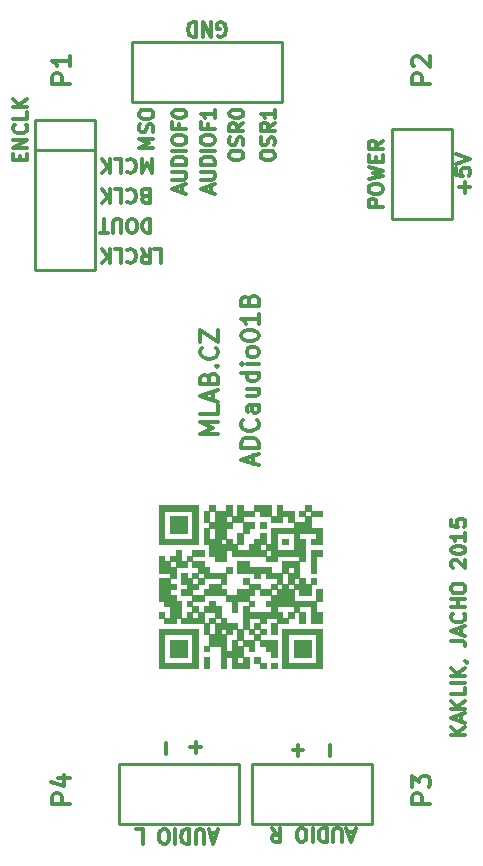
<source format=gbr>
G04 #@! TF.FileFunction,Legend,Top*
%FSLAX46Y46*%
G04 Gerber Fmt 4.6, Leading zero omitted, Abs format (unit mm)*
G04 Created by KiCad (PCBNEW 0.201503110816+5502~22~ubuntu14.04.1-product) date St 11. březen 2015, 23:45:28 CET*
%MOMM*%
G01*
G04 APERTURE LIST*
%ADD10C,0.100000*%
%ADD11C,0.300000*%
%ADD12C,0.254000*%
%ADD13C,0.304800*%
G04 APERTURE END LIST*
D10*
D11*
X44201968Y-38308758D02*
X44773397Y-38308758D01*
X44773397Y-39508758D01*
X43116253Y-38308758D02*
X43516253Y-38880186D01*
X43801968Y-38308758D02*
X43801968Y-39508758D01*
X43344825Y-39508758D01*
X43230539Y-39451615D01*
X43173396Y-39394472D01*
X43116253Y-39280186D01*
X43116253Y-39108758D01*
X43173396Y-38994472D01*
X43230539Y-38937329D01*
X43344825Y-38880186D01*
X43801968Y-38880186D01*
X41916253Y-38423044D02*
X41973396Y-38365901D01*
X42144825Y-38308758D01*
X42259111Y-38308758D01*
X42430539Y-38365901D01*
X42544825Y-38480186D01*
X42601968Y-38594472D01*
X42659111Y-38823044D01*
X42659111Y-38994472D01*
X42601968Y-39223044D01*
X42544825Y-39337329D01*
X42430539Y-39451615D01*
X42259111Y-39508758D01*
X42144825Y-39508758D01*
X41973396Y-39451615D01*
X41916253Y-39394472D01*
X40830539Y-38308758D02*
X41401968Y-38308758D01*
X41401968Y-39508758D01*
X40430539Y-38308758D02*
X40430539Y-39508758D01*
X39744824Y-38308758D02*
X40259110Y-38994472D01*
X39744824Y-39508758D02*
X40430539Y-38823044D01*
X56365967Y-81218758D02*
X56365967Y-80304472D01*
X56823110Y-80761615D02*
X55908824Y-80761615D01*
X59032967Y-81218758D02*
X59032967Y-80304472D01*
X45145539Y-80177472D02*
X45145539Y-81091758D01*
X47685539Y-80050472D02*
X47685539Y-80964758D01*
X47228396Y-80507615D02*
X48142682Y-80507615D01*
X52593253Y-56499758D02*
X52593253Y-55785472D01*
X53021824Y-56642615D02*
X51521824Y-56142615D01*
X53021824Y-55642615D01*
X53021824Y-55142615D02*
X51521824Y-55142615D01*
X51521824Y-54785472D01*
X51593253Y-54571187D01*
X51736110Y-54428329D01*
X51878967Y-54356901D01*
X52164682Y-54285472D01*
X52378967Y-54285472D01*
X52664682Y-54356901D01*
X52807539Y-54428329D01*
X52950396Y-54571187D01*
X53021824Y-54785472D01*
X53021824Y-55142615D01*
X52878967Y-52785472D02*
X52950396Y-52856901D01*
X53021824Y-53071187D01*
X53021824Y-53214044D01*
X52950396Y-53428329D01*
X52807539Y-53571187D01*
X52664682Y-53642615D01*
X52378967Y-53714044D01*
X52164682Y-53714044D01*
X51878967Y-53642615D01*
X51736110Y-53571187D01*
X51593253Y-53428329D01*
X51521824Y-53214044D01*
X51521824Y-53071187D01*
X51593253Y-52856901D01*
X51664682Y-52785472D01*
X53021824Y-51499758D02*
X52236110Y-51499758D01*
X52093253Y-51571187D01*
X52021824Y-51714044D01*
X52021824Y-51999758D01*
X52093253Y-52142615D01*
X52950396Y-51499758D02*
X53021824Y-51642615D01*
X53021824Y-51999758D01*
X52950396Y-52142615D01*
X52807539Y-52214044D01*
X52664682Y-52214044D01*
X52521824Y-52142615D01*
X52450396Y-51999758D01*
X52450396Y-51642615D01*
X52378967Y-51499758D01*
X52021824Y-50142615D02*
X53021824Y-50142615D01*
X52021824Y-50785472D02*
X52807539Y-50785472D01*
X52950396Y-50714044D01*
X53021824Y-50571186D01*
X53021824Y-50356901D01*
X52950396Y-50214044D01*
X52878967Y-50142615D01*
X53021824Y-48785472D02*
X51521824Y-48785472D01*
X52950396Y-48785472D02*
X53021824Y-48928329D01*
X53021824Y-49214043D01*
X52950396Y-49356901D01*
X52878967Y-49428329D01*
X52736110Y-49499758D01*
X52307539Y-49499758D01*
X52164682Y-49428329D01*
X52093253Y-49356901D01*
X52021824Y-49214043D01*
X52021824Y-48928329D01*
X52093253Y-48785472D01*
X53021824Y-48071186D02*
X52021824Y-48071186D01*
X51521824Y-48071186D02*
X51593253Y-48142615D01*
X51664682Y-48071186D01*
X51593253Y-47999758D01*
X51521824Y-48071186D01*
X51664682Y-48071186D01*
X53021824Y-47142614D02*
X52950396Y-47285472D01*
X52878967Y-47356900D01*
X52736110Y-47428329D01*
X52307539Y-47428329D01*
X52164682Y-47356900D01*
X52093253Y-47285472D01*
X52021824Y-47142614D01*
X52021824Y-46928329D01*
X52093253Y-46785472D01*
X52164682Y-46714043D01*
X52307539Y-46642614D01*
X52736110Y-46642614D01*
X52878967Y-46714043D01*
X52950396Y-46785472D01*
X53021824Y-46928329D01*
X53021824Y-47142614D01*
X51521824Y-45714043D02*
X51521824Y-45571186D01*
X51593253Y-45428329D01*
X51664682Y-45356900D01*
X51807539Y-45285471D01*
X52093253Y-45214043D01*
X52450396Y-45214043D01*
X52736110Y-45285471D01*
X52878967Y-45356900D01*
X52950396Y-45428329D01*
X53021824Y-45571186D01*
X53021824Y-45714043D01*
X52950396Y-45856900D01*
X52878967Y-45928329D01*
X52736110Y-45999757D01*
X52450396Y-46071186D01*
X52093253Y-46071186D01*
X51807539Y-45999757D01*
X51664682Y-45928329D01*
X51593253Y-45856900D01*
X51521824Y-45714043D01*
X53021824Y-43785472D02*
X53021824Y-44642615D01*
X53021824Y-44214043D02*
X51521824Y-44214043D01*
X51736110Y-44356900D01*
X51878967Y-44499758D01*
X51950396Y-44642615D01*
X52236110Y-42642615D02*
X52307539Y-42428329D01*
X52378967Y-42356901D01*
X52521824Y-42285472D01*
X52736110Y-42285472D01*
X52878967Y-42356901D01*
X52950396Y-42428329D01*
X53021824Y-42571187D01*
X53021824Y-43142615D01*
X51521824Y-43142615D01*
X51521824Y-42642615D01*
X51593253Y-42499758D01*
X51664682Y-42428329D01*
X51807539Y-42356901D01*
X51950396Y-42356901D01*
X52093253Y-42428329D01*
X52164682Y-42499758D01*
X52236110Y-42642615D01*
X52236110Y-43142615D01*
X49592824Y-53968043D02*
X48092824Y-53968043D01*
X49164253Y-53468043D01*
X48092824Y-52968043D01*
X49592824Y-52968043D01*
X49592824Y-51539471D02*
X49592824Y-52253757D01*
X48092824Y-52253757D01*
X49164253Y-51110900D02*
X49164253Y-50396614D01*
X49592824Y-51253757D02*
X48092824Y-50753757D01*
X49592824Y-50253757D01*
X48807110Y-49253757D02*
X48878539Y-49039471D01*
X48949967Y-48968043D01*
X49092824Y-48896614D01*
X49307110Y-48896614D01*
X49449967Y-48968043D01*
X49521396Y-49039471D01*
X49592824Y-49182329D01*
X49592824Y-49753757D01*
X48092824Y-49753757D01*
X48092824Y-49253757D01*
X48164253Y-49110900D01*
X48235682Y-49039471D01*
X48378539Y-48968043D01*
X48521396Y-48968043D01*
X48664253Y-49039471D01*
X48735682Y-49110900D01*
X48807110Y-49253757D01*
X48807110Y-49753757D01*
X49449967Y-48253757D02*
X49521396Y-48182329D01*
X49592824Y-48253757D01*
X49521396Y-48325186D01*
X49449967Y-48253757D01*
X49592824Y-48253757D01*
X49449967Y-46682328D02*
X49521396Y-46753757D01*
X49592824Y-46968043D01*
X49592824Y-47110900D01*
X49521396Y-47325185D01*
X49378539Y-47468043D01*
X49235682Y-47539471D01*
X48949967Y-47610900D01*
X48735682Y-47610900D01*
X48449967Y-47539471D01*
X48307110Y-47468043D01*
X48164253Y-47325185D01*
X48092824Y-47110900D01*
X48092824Y-46968043D01*
X48164253Y-46753757D01*
X48235682Y-46682328D01*
X48092824Y-46182328D02*
X48092824Y-45182328D01*
X49592824Y-46182328D01*
X49592824Y-45182328D01*
X70539110Y-79461901D02*
X69339110Y-79461901D01*
X70539110Y-78776186D02*
X69853396Y-79290472D01*
X69339110Y-78776186D02*
X70024824Y-79461901D01*
X70196253Y-78319044D02*
X70196253Y-77747615D01*
X70539110Y-78433329D02*
X69339110Y-78033329D01*
X70539110Y-77633329D01*
X70539110Y-77233330D02*
X69339110Y-77233330D01*
X70539110Y-76547615D02*
X69853396Y-77061901D01*
X69339110Y-76547615D02*
X70024824Y-77233330D01*
X70539110Y-75461901D02*
X70539110Y-76033330D01*
X69339110Y-76033330D01*
X70539110Y-75061901D02*
X69339110Y-75061901D01*
X70539110Y-74490472D02*
X69339110Y-74490472D01*
X70539110Y-73804757D02*
X69853396Y-74319043D01*
X69339110Y-73804757D02*
X70024824Y-74490472D01*
X70481967Y-73233329D02*
X70539110Y-73233329D01*
X70653396Y-73290472D01*
X70710539Y-73347615D01*
X69339110Y-71461900D02*
X70196253Y-71461900D01*
X70367682Y-71519042D01*
X70481967Y-71633328D01*
X70539110Y-71804757D01*
X70539110Y-71919042D01*
X70196253Y-70947614D02*
X70196253Y-70376185D01*
X70539110Y-71061899D02*
X69339110Y-70661899D01*
X70539110Y-70261899D01*
X70424824Y-69176185D02*
X70481967Y-69233328D01*
X70539110Y-69404757D01*
X70539110Y-69519043D01*
X70481967Y-69690471D01*
X70367682Y-69804757D01*
X70253396Y-69861900D01*
X70024824Y-69919043D01*
X69853396Y-69919043D01*
X69624824Y-69861900D01*
X69510539Y-69804757D01*
X69396253Y-69690471D01*
X69339110Y-69519043D01*
X69339110Y-69404757D01*
X69396253Y-69233328D01*
X69453396Y-69176185D01*
X70539110Y-68661900D02*
X69339110Y-68661900D01*
X69910539Y-68661900D02*
X69910539Y-67976185D01*
X70539110Y-67976185D02*
X69339110Y-67976185D01*
X69339110Y-67176185D02*
X69339110Y-66947614D01*
X69396253Y-66833328D01*
X69510539Y-66719042D01*
X69739110Y-66661900D01*
X70139110Y-66661900D01*
X70367682Y-66719042D01*
X70481967Y-66833328D01*
X70539110Y-66947614D01*
X70539110Y-67176185D01*
X70481967Y-67290471D01*
X70367682Y-67404757D01*
X70139110Y-67461900D01*
X69739110Y-67461900D01*
X69510539Y-67404757D01*
X69396253Y-67290471D01*
X69339110Y-67176185D01*
X69453396Y-65290471D02*
X69396253Y-65233328D01*
X69339110Y-65119042D01*
X69339110Y-64833328D01*
X69396253Y-64719042D01*
X69453396Y-64661899D01*
X69567682Y-64604756D01*
X69681967Y-64604756D01*
X69853396Y-64661899D01*
X70539110Y-65347613D01*
X70539110Y-64604756D01*
X69339110Y-63861899D02*
X69339110Y-63747614D01*
X69396253Y-63633328D01*
X69453396Y-63576185D01*
X69567682Y-63519042D01*
X69796253Y-63461899D01*
X70081967Y-63461899D01*
X70310539Y-63519042D01*
X70424824Y-63576185D01*
X70481967Y-63633328D01*
X70539110Y-63747614D01*
X70539110Y-63861899D01*
X70481967Y-63976185D01*
X70424824Y-64033328D01*
X70310539Y-64090471D01*
X70081967Y-64147614D01*
X69796253Y-64147614D01*
X69567682Y-64090471D01*
X69453396Y-64033328D01*
X69396253Y-63976185D01*
X69339110Y-63861899D01*
X70539110Y-62319042D02*
X70539110Y-63004757D01*
X70539110Y-62661899D02*
X69339110Y-62661899D01*
X69510539Y-62776185D01*
X69624824Y-62890471D01*
X69681967Y-63004757D01*
X69339110Y-61233328D02*
X69339110Y-61804757D01*
X69910539Y-61861900D01*
X69853396Y-61804757D01*
X69796253Y-61690471D01*
X69796253Y-61404757D01*
X69853396Y-61290471D01*
X69910539Y-61233328D01*
X70024824Y-61176185D01*
X70310539Y-61176185D01*
X70424824Y-61233328D01*
X70481967Y-61290471D01*
X70539110Y-61404757D01*
X70539110Y-61690471D01*
X70481967Y-61804757D01*
X70424824Y-61861900D01*
X32826539Y-30818187D02*
X32826539Y-30418187D01*
X33455110Y-30246758D02*
X33455110Y-30818187D01*
X32255110Y-30818187D01*
X32255110Y-30246758D01*
X33455110Y-29732473D02*
X32255110Y-29732473D01*
X33455110Y-29046758D01*
X32255110Y-29046758D01*
X33340824Y-27789615D02*
X33397967Y-27846758D01*
X33455110Y-28018187D01*
X33455110Y-28132473D01*
X33397967Y-28303901D01*
X33283682Y-28418187D01*
X33169396Y-28475330D01*
X32940824Y-28532473D01*
X32769396Y-28532473D01*
X32540824Y-28475330D01*
X32426539Y-28418187D01*
X32312253Y-28303901D01*
X32255110Y-28132473D01*
X32255110Y-28018187D01*
X32312253Y-27846758D01*
X32369396Y-27789615D01*
X33455110Y-26703901D02*
X33455110Y-27275330D01*
X32255110Y-27275330D01*
X33455110Y-26303901D02*
X32255110Y-26303901D01*
X33455110Y-25618186D02*
X32769396Y-26132472D01*
X32255110Y-25618186D02*
X32940824Y-26303901D01*
X49574538Y-20274615D02*
X49688824Y-20331758D01*
X49860253Y-20331758D01*
X50031681Y-20274615D01*
X50145967Y-20160329D01*
X50203110Y-20046044D01*
X50260253Y-19817472D01*
X50260253Y-19646044D01*
X50203110Y-19417472D01*
X50145967Y-19303186D01*
X50031681Y-19188901D01*
X49860253Y-19131758D01*
X49745967Y-19131758D01*
X49574538Y-19188901D01*
X49517395Y-19246044D01*
X49517395Y-19646044D01*
X49745967Y-19646044D01*
X49003110Y-19131758D02*
X49003110Y-20331758D01*
X48317395Y-19131758D01*
X48317395Y-20331758D01*
X47745967Y-19131758D02*
X47745967Y-20331758D01*
X47460252Y-20331758D01*
X47288824Y-20274615D01*
X47174538Y-20160329D01*
X47117395Y-20046044D01*
X47060252Y-19817472D01*
X47060252Y-19646044D01*
X47117395Y-19417472D01*
X47174538Y-19303186D01*
X47288824Y-19188901D01*
X47460252Y-19131758D01*
X47745967Y-19131758D01*
X43973397Y-30688758D02*
X43973397Y-31888758D01*
X43573397Y-31031615D01*
X43173397Y-31888758D01*
X43173397Y-30688758D01*
X41916253Y-30803044D02*
X41973396Y-30745901D01*
X42144825Y-30688758D01*
X42259111Y-30688758D01*
X42430539Y-30745901D01*
X42544825Y-30860186D01*
X42601968Y-30974472D01*
X42659111Y-31203044D01*
X42659111Y-31374472D01*
X42601968Y-31603044D01*
X42544825Y-31717329D01*
X42430539Y-31831615D01*
X42259111Y-31888758D01*
X42144825Y-31888758D01*
X41973396Y-31831615D01*
X41916253Y-31774472D01*
X40830539Y-30688758D02*
X41401968Y-30688758D01*
X41401968Y-31888758D01*
X40430539Y-30688758D02*
X40430539Y-31888758D01*
X39744824Y-30688758D02*
X40259110Y-31374472D01*
X39744824Y-31888758D02*
X40430539Y-31203044D01*
X43401968Y-33857329D02*
X43230539Y-33800186D01*
X43173396Y-33743044D01*
X43116253Y-33628758D01*
X43116253Y-33457329D01*
X43173396Y-33343044D01*
X43230539Y-33285901D01*
X43344825Y-33228758D01*
X43801968Y-33228758D01*
X43801968Y-34428758D01*
X43401968Y-34428758D01*
X43287682Y-34371615D01*
X43230539Y-34314472D01*
X43173396Y-34200186D01*
X43173396Y-34085901D01*
X43230539Y-33971615D01*
X43287682Y-33914472D01*
X43401968Y-33857329D01*
X43801968Y-33857329D01*
X41916253Y-33343044D02*
X41973396Y-33285901D01*
X42144825Y-33228758D01*
X42259111Y-33228758D01*
X42430539Y-33285901D01*
X42544825Y-33400186D01*
X42601968Y-33514472D01*
X42659111Y-33743044D01*
X42659111Y-33914472D01*
X42601968Y-34143044D01*
X42544825Y-34257329D01*
X42430539Y-34371615D01*
X42259111Y-34428758D01*
X42144825Y-34428758D01*
X41973396Y-34371615D01*
X41916253Y-34314472D01*
X40830539Y-33228758D02*
X41401968Y-33228758D01*
X41401968Y-34428758D01*
X40430539Y-33228758D02*
X40430539Y-34428758D01*
X39744824Y-33228758D02*
X40259110Y-33914472D01*
X39744824Y-34428758D02*
X40430539Y-33743044D01*
X43859111Y-35768758D02*
X43859111Y-36968758D01*
X43573396Y-36968758D01*
X43401968Y-36911615D01*
X43287682Y-36797329D01*
X43230539Y-36683044D01*
X43173396Y-36454472D01*
X43173396Y-36283044D01*
X43230539Y-36054472D01*
X43287682Y-35940186D01*
X43401968Y-35825901D01*
X43573396Y-35768758D01*
X43859111Y-35768758D01*
X42430539Y-36968758D02*
X42201968Y-36968758D01*
X42087682Y-36911615D01*
X41973396Y-36797329D01*
X41916254Y-36568758D01*
X41916254Y-36168758D01*
X41973396Y-35940186D01*
X42087682Y-35825901D01*
X42201968Y-35768758D01*
X42430539Y-35768758D01*
X42544825Y-35825901D01*
X42659111Y-35940186D01*
X42716254Y-36168758D01*
X42716254Y-36568758D01*
X42659111Y-36797329D01*
X42544825Y-36911615D01*
X42430539Y-36968758D01*
X41401968Y-36968758D02*
X41401968Y-35997329D01*
X41344825Y-35883044D01*
X41287682Y-35825901D01*
X41173396Y-35768758D01*
X40944825Y-35768758D01*
X40830539Y-35825901D01*
X40773396Y-35883044D01*
X40716253Y-35997329D01*
X40716253Y-36968758D01*
X40316253Y-36968758D02*
X39630539Y-36968758D01*
X39973396Y-35768758D02*
X39973396Y-36968758D01*
X44123110Y-29764330D02*
X42923110Y-29764330D01*
X43780253Y-29364330D01*
X42923110Y-28964330D01*
X44123110Y-28964330D01*
X44065967Y-28450044D02*
X44123110Y-28278615D01*
X44123110Y-27992901D01*
X44065967Y-27878615D01*
X44008824Y-27821472D01*
X43894539Y-27764329D01*
X43780253Y-27764329D01*
X43665967Y-27821472D01*
X43608824Y-27878615D01*
X43551682Y-27992901D01*
X43494539Y-28221472D01*
X43437396Y-28335758D01*
X43380253Y-28392901D01*
X43265967Y-28450044D01*
X43151682Y-28450044D01*
X43037396Y-28392901D01*
X42980253Y-28335758D01*
X42923110Y-28221472D01*
X42923110Y-27935758D01*
X42980253Y-27764329D01*
X42923110Y-27021472D02*
X42923110Y-26792901D01*
X42980253Y-26678615D01*
X43094539Y-26564329D01*
X43323110Y-26507187D01*
X43723110Y-26507187D01*
X43951682Y-26564329D01*
X44065967Y-26678615D01*
X44123110Y-26792901D01*
X44123110Y-27021472D01*
X44065967Y-27135758D01*
X43951682Y-27250044D01*
X43723110Y-27307187D01*
X43323110Y-27307187D01*
X43094539Y-27250044D01*
X42980253Y-27135758D01*
X42923110Y-27021472D01*
X46574253Y-33535758D02*
X46574253Y-32964329D01*
X46917110Y-33650043D02*
X45717110Y-33250043D01*
X46917110Y-32850043D01*
X45717110Y-32450044D02*
X46688539Y-32450044D01*
X46802824Y-32392901D01*
X46859967Y-32335758D01*
X46917110Y-32221472D01*
X46917110Y-31992901D01*
X46859967Y-31878615D01*
X46802824Y-31821472D01*
X46688539Y-31764329D01*
X45717110Y-31764329D01*
X46917110Y-31192901D02*
X45717110Y-31192901D01*
X45717110Y-30907186D01*
X45774253Y-30735758D01*
X45888539Y-30621472D01*
X46002824Y-30564329D01*
X46231396Y-30507186D01*
X46402824Y-30507186D01*
X46631396Y-30564329D01*
X46745682Y-30621472D01*
X46859967Y-30735758D01*
X46917110Y-30907186D01*
X46917110Y-31192901D01*
X46917110Y-29992901D02*
X45717110Y-29992901D01*
X45717110Y-29192900D02*
X45717110Y-28964329D01*
X45774253Y-28850043D01*
X45888539Y-28735757D01*
X46117110Y-28678615D01*
X46517110Y-28678615D01*
X46745682Y-28735757D01*
X46859967Y-28850043D01*
X46917110Y-28964329D01*
X46917110Y-29192900D01*
X46859967Y-29307186D01*
X46745682Y-29421472D01*
X46517110Y-29478615D01*
X46117110Y-29478615D01*
X45888539Y-29421472D01*
X45774253Y-29307186D01*
X45717110Y-29192900D01*
X46288539Y-27764329D02*
X46288539Y-28164329D01*
X46917110Y-28164329D02*
X45717110Y-28164329D01*
X45717110Y-27592900D01*
X45717110Y-26907186D02*
X45717110Y-26792901D01*
X45774253Y-26678615D01*
X45831396Y-26621472D01*
X45945682Y-26564329D01*
X46174253Y-26507186D01*
X46459967Y-26507186D01*
X46688539Y-26564329D01*
X46802824Y-26621472D01*
X46859967Y-26678615D01*
X46917110Y-26792901D01*
X46917110Y-26907186D01*
X46859967Y-27021472D01*
X46802824Y-27078615D01*
X46688539Y-27135758D01*
X46459967Y-27192901D01*
X46174253Y-27192901D01*
X45945682Y-27135758D01*
X45831396Y-27078615D01*
X45774253Y-27021472D01*
X45717110Y-26907186D01*
X48987253Y-33535758D02*
X48987253Y-32964329D01*
X49330110Y-33650043D02*
X48130110Y-33250043D01*
X49330110Y-32850043D01*
X48130110Y-32450044D02*
X49101539Y-32450044D01*
X49215824Y-32392901D01*
X49272967Y-32335758D01*
X49330110Y-32221472D01*
X49330110Y-31992901D01*
X49272967Y-31878615D01*
X49215824Y-31821472D01*
X49101539Y-31764329D01*
X48130110Y-31764329D01*
X49330110Y-31192901D02*
X48130110Y-31192901D01*
X48130110Y-30907186D01*
X48187253Y-30735758D01*
X48301539Y-30621472D01*
X48415824Y-30564329D01*
X48644396Y-30507186D01*
X48815824Y-30507186D01*
X49044396Y-30564329D01*
X49158682Y-30621472D01*
X49272967Y-30735758D01*
X49330110Y-30907186D01*
X49330110Y-31192901D01*
X49330110Y-29992901D02*
X48130110Y-29992901D01*
X48130110Y-29192900D02*
X48130110Y-28964329D01*
X48187253Y-28850043D01*
X48301539Y-28735757D01*
X48530110Y-28678615D01*
X48930110Y-28678615D01*
X49158682Y-28735757D01*
X49272967Y-28850043D01*
X49330110Y-28964329D01*
X49330110Y-29192900D01*
X49272967Y-29307186D01*
X49158682Y-29421472D01*
X48930110Y-29478615D01*
X48530110Y-29478615D01*
X48301539Y-29421472D01*
X48187253Y-29307186D01*
X48130110Y-29192900D01*
X48701539Y-27764329D02*
X48701539Y-28164329D01*
X49330110Y-28164329D02*
X48130110Y-28164329D01*
X48130110Y-27592900D01*
X49330110Y-26507186D02*
X49330110Y-27192901D01*
X49330110Y-26850043D02*
X48130110Y-26850043D01*
X48301539Y-26964329D01*
X48415824Y-27078615D01*
X48472967Y-27192901D01*
X50543110Y-30507186D02*
X50543110Y-30278615D01*
X50600253Y-30164329D01*
X50714539Y-30050043D01*
X50943110Y-29992901D01*
X51343110Y-29992901D01*
X51571682Y-30050043D01*
X51685967Y-30164329D01*
X51743110Y-30278615D01*
X51743110Y-30507186D01*
X51685967Y-30621472D01*
X51571682Y-30735758D01*
X51343110Y-30792901D01*
X50943110Y-30792901D01*
X50714539Y-30735758D01*
X50600253Y-30621472D01*
X50543110Y-30507186D01*
X51685967Y-29535758D02*
X51743110Y-29364329D01*
X51743110Y-29078615D01*
X51685967Y-28964329D01*
X51628824Y-28907186D01*
X51514539Y-28850043D01*
X51400253Y-28850043D01*
X51285967Y-28907186D01*
X51228824Y-28964329D01*
X51171682Y-29078615D01*
X51114539Y-29307186D01*
X51057396Y-29421472D01*
X51000253Y-29478615D01*
X50885967Y-29535758D01*
X50771682Y-29535758D01*
X50657396Y-29478615D01*
X50600253Y-29421472D01*
X50543110Y-29307186D01*
X50543110Y-29021472D01*
X50600253Y-28850043D01*
X51743110Y-27650043D02*
X51171682Y-28050043D01*
X51743110Y-28335758D02*
X50543110Y-28335758D01*
X50543110Y-27878615D01*
X50600253Y-27764329D01*
X50657396Y-27707186D01*
X50771682Y-27650043D01*
X50943110Y-27650043D01*
X51057396Y-27707186D01*
X51114539Y-27764329D01*
X51171682Y-27878615D01*
X51171682Y-28335758D01*
X50543110Y-26907186D02*
X50543110Y-26792901D01*
X50600253Y-26678615D01*
X50657396Y-26621472D01*
X50771682Y-26564329D01*
X51000253Y-26507186D01*
X51285967Y-26507186D01*
X51514539Y-26564329D01*
X51628824Y-26621472D01*
X51685967Y-26678615D01*
X51743110Y-26792901D01*
X51743110Y-26907186D01*
X51685967Y-27021472D01*
X51628824Y-27078615D01*
X51514539Y-27135758D01*
X51285967Y-27192901D01*
X51000253Y-27192901D01*
X50771682Y-27135758D01*
X50657396Y-27078615D01*
X50600253Y-27021472D01*
X50543110Y-26907186D01*
X53210110Y-30507186D02*
X53210110Y-30278615D01*
X53267253Y-30164329D01*
X53381539Y-30050043D01*
X53610110Y-29992901D01*
X54010110Y-29992901D01*
X54238682Y-30050043D01*
X54352967Y-30164329D01*
X54410110Y-30278615D01*
X54410110Y-30507186D01*
X54352967Y-30621472D01*
X54238682Y-30735758D01*
X54010110Y-30792901D01*
X53610110Y-30792901D01*
X53381539Y-30735758D01*
X53267253Y-30621472D01*
X53210110Y-30507186D01*
X54352967Y-29535758D02*
X54410110Y-29364329D01*
X54410110Y-29078615D01*
X54352967Y-28964329D01*
X54295824Y-28907186D01*
X54181539Y-28850043D01*
X54067253Y-28850043D01*
X53952967Y-28907186D01*
X53895824Y-28964329D01*
X53838682Y-29078615D01*
X53781539Y-29307186D01*
X53724396Y-29421472D01*
X53667253Y-29478615D01*
X53552967Y-29535758D01*
X53438682Y-29535758D01*
X53324396Y-29478615D01*
X53267253Y-29421472D01*
X53210110Y-29307186D01*
X53210110Y-29021472D01*
X53267253Y-28850043D01*
X54410110Y-27650043D02*
X53838682Y-28050043D01*
X54410110Y-28335758D02*
X53210110Y-28335758D01*
X53210110Y-27878615D01*
X53267253Y-27764329D01*
X53324396Y-27707186D01*
X53438682Y-27650043D01*
X53610110Y-27650043D01*
X53724396Y-27707186D01*
X53781539Y-27764329D01*
X53838682Y-27878615D01*
X53838682Y-28335758D01*
X54410110Y-26507186D02*
X54410110Y-27192901D01*
X54410110Y-26850043D02*
X53210110Y-26850043D01*
X53381539Y-26964329D01*
X53495824Y-27078615D01*
X53552967Y-27192901D01*
X70462967Y-33536472D02*
X70462967Y-32622186D01*
X70920110Y-33079329D02*
X70005824Y-33079329D01*
X69720110Y-31479329D02*
X69720110Y-32050758D01*
X70291539Y-32107901D01*
X70234396Y-32050758D01*
X70177253Y-31936472D01*
X70177253Y-31650758D01*
X70234396Y-31536472D01*
X70291539Y-31479329D01*
X70405824Y-31422186D01*
X70691539Y-31422186D01*
X70805824Y-31479329D01*
X70862967Y-31536472D01*
X70920110Y-31650758D01*
X70920110Y-31936472D01*
X70862967Y-32050758D01*
X70805824Y-32107901D01*
X69720110Y-31079329D02*
X70920110Y-30679329D01*
X69720110Y-30279329D01*
X63554110Y-34765044D02*
X62354110Y-34765044D01*
X62354110Y-34307901D01*
X62411253Y-34193615D01*
X62468396Y-34136472D01*
X62582682Y-34079329D01*
X62754110Y-34079329D01*
X62868396Y-34136472D01*
X62925539Y-34193615D01*
X62982682Y-34307901D01*
X62982682Y-34765044D01*
X62354110Y-33336472D02*
X62354110Y-33107901D01*
X62411253Y-32993615D01*
X62525539Y-32879329D01*
X62754110Y-32822187D01*
X63154110Y-32822187D01*
X63382682Y-32879329D01*
X63496967Y-32993615D01*
X63554110Y-33107901D01*
X63554110Y-33336472D01*
X63496967Y-33450758D01*
X63382682Y-33565044D01*
X63154110Y-33622187D01*
X62754110Y-33622187D01*
X62525539Y-33565044D01*
X62411253Y-33450758D01*
X62354110Y-33336472D01*
X62354110Y-32422186D02*
X63554110Y-32136472D01*
X62696967Y-31907901D01*
X63554110Y-31679329D01*
X62354110Y-31393615D01*
X62925539Y-30936472D02*
X62925539Y-30536472D01*
X63554110Y-30365043D02*
X63554110Y-30936472D01*
X62354110Y-30936472D01*
X62354110Y-30365043D01*
X63554110Y-29165043D02*
X62982682Y-29565043D01*
X63554110Y-29850758D02*
X62354110Y-29850758D01*
X62354110Y-29393615D01*
X62411253Y-29279329D01*
X62468396Y-29222186D01*
X62582682Y-29165043D01*
X62754110Y-29165043D01*
X62868396Y-29222186D01*
X62925539Y-29279329D01*
X62982682Y-29393615D01*
X62982682Y-29850758D01*
X49491682Y-87800615D02*
X48920253Y-87800615D01*
X49605967Y-87457758D02*
X49205967Y-88657758D01*
X48805967Y-87457758D01*
X48405968Y-88657758D02*
X48405968Y-87686329D01*
X48348825Y-87572044D01*
X48291682Y-87514901D01*
X48177396Y-87457758D01*
X47948825Y-87457758D01*
X47834539Y-87514901D01*
X47777396Y-87572044D01*
X47720253Y-87686329D01*
X47720253Y-88657758D01*
X47148825Y-87457758D02*
X47148825Y-88657758D01*
X46863110Y-88657758D01*
X46691682Y-88600615D01*
X46577396Y-88486329D01*
X46520253Y-88372044D01*
X46463110Y-88143472D01*
X46463110Y-87972044D01*
X46520253Y-87743472D01*
X46577396Y-87629186D01*
X46691682Y-87514901D01*
X46863110Y-87457758D01*
X47148825Y-87457758D01*
X45948825Y-87457758D02*
X45948825Y-88657758D01*
X45148824Y-88657758D02*
X44920253Y-88657758D01*
X44805967Y-88600615D01*
X44691681Y-88486329D01*
X44634539Y-88257758D01*
X44634539Y-87857758D01*
X44691681Y-87629186D01*
X44805967Y-87514901D01*
X44920253Y-87457758D01*
X45148824Y-87457758D01*
X45263110Y-87514901D01*
X45377396Y-87629186D01*
X45434539Y-87857758D01*
X45434539Y-88257758D01*
X45377396Y-88486329D01*
X45263110Y-88600615D01*
X45148824Y-88657758D01*
X42634538Y-87457758D02*
X43205967Y-87457758D01*
X43205967Y-88657758D01*
X61135028Y-87678695D02*
X60563599Y-87678695D01*
X61249313Y-87335838D02*
X60849313Y-88535838D01*
X60449313Y-87335838D01*
X60049314Y-88535838D02*
X60049314Y-87564409D01*
X59992171Y-87450124D01*
X59935028Y-87392981D01*
X59820742Y-87335838D01*
X59592171Y-87335838D01*
X59477885Y-87392981D01*
X59420742Y-87450124D01*
X59363599Y-87564409D01*
X59363599Y-88535838D01*
X58792171Y-87335838D02*
X58792171Y-88535838D01*
X58506456Y-88535838D01*
X58335028Y-88478695D01*
X58220742Y-88364409D01*
X58163599Y-88250124D01*
X58106456Y-88021552D01*
X58106456Y-87850124D01*
X58163599Y-87621552D01*
X58220742Y-87507266D01*
X58335028Y-87392981D01*
X58506456Y-87335838D01*
X58792171Y-87335838D01*
X57592171Y-87335838D02*
X57592171Y-88535838D01*
X56792170Y-88535838D02*
X56563599Y-88535838D01*
X56449313Y-88478695D01*
X56335027Y-88364409D01*
X56277885Y-88135838D01*
X56277885Y-87735838D01*
X56335027Y-87507266D01*
X56449313Y-87392981D01*
X56563599Y-87335838D01*
X56792170Y-87335838D01*
X56906456Y-87392981D01*
X57020742Y-87507266D01*
X57077885Y-87735838D01*
X57077885Y-88135838D01*
X57020742Y-88364409D01*
X56906456Y-88478695D01*
X56792170Y-88535838D01*
X54163598Y-87335838D02*
X54563598Y-87907266D01*
X54849313Y-87335838D02*
X54849313Y-88535838D01*
X54392170Y-88535838D01*
X54277884Y-88478695D01*
X54220741Y-88421552D01*
X54163598Y-88307266D01*
X54163598Y-88135838D01*
X54220741Y-88021552D01*
X54277884Y-87964409D01*
X54392170Y-87907266D01*
X54849313Y-87907266D01*
D12*
X57550253Y-81904615D02*
X60090253Y-81904615D01*
X57550253Y-86984615D02*
X60090253Y-86984615D01*
X57550253Y-86984615D02*
X60090253Y-86984615D01*
X57550253Y-81904615D02*
X60090253Y-81904615D01*
X62630253Y-86984615D02*
X62630253Y-81904615D01*
X60090253Y-81904615D02*
X62630253Y-81904615D01*
X60090253Y-86984615D02*
X62630253Y-86984615D01*
X60090253Y-86984615D02*
X62630253Y-86984615D01*
X60090253Y-81904615D02*
X62630253Y-81904615D01*
X52470253Y-86984615D02*
X60090253Y-86984615D01*
X62630253Y-86984615D02*
X62630253Y-81904615D01*
X60090253Y-81904615D02*
X55010253Y-81904615D01*
X52470253Y-86984615D02*
X52470253Y-84444615D01*
X52470253Y-81904615D02*
X52470253Y-84444615D01*
X55010253Y-81904615D02*
X52470253Y-81904615D01*
X46247253Y-81904615D02*
X48787253Y-81904615D01*
X46247253Y-86984615D02*
X48787253Y-86984615D01*
X46247253Y-86984615D02*
X48787253Y-86984615D01*
X46247253Y-81904615D02*
X48787253Y-81904615D01*
X51327253Y-86984615D02*
X51327253Y-81904615D01*
X48787253Y-81904615D02*
X51327253Y-81904615D01*
X48787253Y-86984615D02*
X51327253Y-86984615D01*
X48787253Y-86984615D02*
X51327253Y-86984615D01*
X48787253Y-81904615D02*
X51327253Y-81904615D01*
X41167253Y-86984615D02*
X48787253Y-86984615D01*
X51327253Y-86984615D02*
X51327253Y-81904615D01*
X48787253Y-81904615D02*
X43707253Y-81904615D01*
X41167253Y-86984615D02*
X41167253Y-84444615D01*
X41167253Y-81904615D02*
X41167253Y-84444615D01*
X43707253Y-81904615D02*
X41167253Y-81904615D01*
X64281253Y-28183615D02*
X64281253Y-35803615D01*
X64281253Y-35803615D02*
X69361253Y-35803615D01*
X69361253Y-35803615D02*
X69361253Y-30723615D01*
X64281253Y-28183615D02*
X66821253Y-28183615D01*
X69361253Y-28183615D02*
X66821253Y-28183615D01*
X69361253Y-30723615D02*
X69361253Y-28183615D01*
X34055253Y-35041615D02*
X34055253Y-32501615D01*
X39135253Y-35041615D02*
X39135253Y-32501615D01*
X39135253Y-35041615D02*
X39135253Y-32501615D01*
X34055253Y-35041615D02*
X34055253Y-32501615D01*
X39135253Y-29961615D02*
X34055253Y-29961615D01*
X34055253Y-32501615D02*
X34055253Y-29961615D01*
X39135253Y-32501615D02*
X39135253Y-29961615D01*
X39135253Y-32501615D02*
X39135253Y-29961615D01*
X34055253Y-32501615D02*
X34055253Y-29961615D01*
X39135253Y-40121615D02*
X39135253Y-32501615D01*
X39135253Y-29961615D02*
X34055253Y-29961615D01*
X34055253Y-32501615D02*
X34055253Y-37581615D01*
X39135253Y-40121615D02*
X36595253Y-40121615D01*
X34055253Y-40121615D02*
X36595253Y-40121615D01*
X34055253Y-37581615D02*
X34055253Y-40121615D01*
X52470253Y-25897615D02*
X51200253Y-25897615D01*
X55010253Y-25897615D02*
X52470253Y-25897615D01*
X42310253Y-20817615D02*
X42310253Y-25897615D01*
X44850253Y-25897615D02*
X42310253Y-25897615D01*
X44850253Y-20817615D02*
X42310253Y-20817615D01*
X44850253Y-20817615D02*
X42310253Y-20817615D01*
X44850253Y-25897615D02*
X42310253Y-25897615D01*
X42310253Y-20817615D02*
X42310253Y-25897615D01*
X46120253Y-25897615D02*
X43580253Y-25897615D01*
X49930253Y-20817615D02*
X47390253Y-20817615D01*
X49930253Y-20817615D02*
X47390253Y-20817615D01*
X46120253Y-25897615D02*
X43580253Y-25897615D01*
X46120253Y-25897615D02*
X43580253Y-25897615D01*
X47390253Y-20817615D02*
X44850253Y-20817615D01*
X47390253Y-20817615D02*
X44850253Y-20817615D01*
X46120253Y-25897615D02*
X43580253Y-25897615D01*
X55010253Y-20817615D02*
X47390253Y-20817615D01*
X43580253Y-25897615D02*
X48660253Y-25897615D01*
X55010253Y-20817615D02*
X55010253Y-23357615D01*
X55010253Y-25897615D02*
X55010253Y-23357615D01*
X48660253Y-25897615D02*
X51200253Y-25897615D01*
X34055253Y-29961615D02*
X34055253Y-27421615D01*
X34055253Y-27421615D02*
X39135253Y-27421615D01*
X39135253Y-27421615D02*
X39135253Y-29961615D01*
X39135253Y-29961615D02*
X34055253Y-29961615D01*
D10*
G36*
X58375753Y-70474615D02*
X58375753Y-70950865D01*
X57899503Y-70950865D01*
X56708878Y-70950865D01*
X55518253Y-70950865D01*
X55518253Y-72141490D01*
X55518253Y-73332115D01*
X56708878Y-73332115D01*
X57899503Y-73332115D01*
X57899503Y-72141490D01*
X57899503Y-70950865D01*
X58375753Y-70950865D01*
X58375753Y-72141490D01*
X58375753Y-73808365D01*
X56708878Y-73808365D01*
X55042003Y-73808365D01*
X55042003Y-72141490D01*
X55042003Y-70474615D01*
X56708878Y-70474615D01*
X58375753Y-70474615D01*
X58375753Y-70474615D01*
X58375753Y-70474615D01*
G37*
X58375753Y-70474615D02*
X58375753Y-70950865D01*
X57899503Y-70950865D01*
X56708878Y-70950865D01*
X55518253Y-70950865D01*
X55518253Y-72141490D01*
X55518253Y-73332115D01*
X56708878Y-73332115D01*
X57899503Y-73332115D01*
X57899503Y-72141490D01*
X57899503Y-70950865D01*
X58375753Y-70950865D01*
X58375753Y-72141490D01*
X58375753Y-73808365D01*
X56708878Y-73808365D01*
X55042003Y-73808365D01*
X55042003Y-72141490D01*
X55042003Y-70474615D01*
X56708878Y-70474615D01*
X58375753Y-70474615D01*
X58375753Y-70474615D01*
G36*
X48850753Y-71903365D02*
X48850753Y-72141490D01*
X48850753Y-72379615D01*
X48612628Y-72379615D01*
X48374503Y-72379615D01*
X48374503Y-72141490D01*
X48374503Y-71903365D01*
X48612628Y-71903365D01*
X48850753Y-71903365D01*
X48850753Y-71903365D01*
X48850753Y-71903365D01*
G37*
X48850753Y-71903365D02*
X48850753Y-72141490D01*
X48850753Y-72379615D01*
X48612628Y-72379615D01*
X48374503Y-72379615D01*
X48374503Y-72141490D01*
X48374503Y-71903365D01*
X48612628Y-71903365D01*
X48850753Y-71903365D01*
X48850753Y-71903365D01*
G36*
X52660753Y-71427115D02*
X52660753Y-71903365D01*
X52660753Y-72379615D01*
X52422628Y-72379615D01*
X52184503Y-72379615D01*
X52184503Y-72141490D01*
X52184503Y-71903365D01*
X51946378Y-71903365D01*
X51708253Y-71903365D01*
X51708253Y-71665240D01*
X51708253Y-71427115D01*
X52184503Y-71427115D01*
X52660753Y-71427115D01*
X52660753Y-71427115D01*
X52660753Y-71427115D01*
G37*
X52660753Y-71427115D02*
X52660753Y-71903365D01*
X52660753Y-72379615D01*
X52422628Y-72379615D01*
X52184503Y-72379615D01*
X52184503Y-72141490D01*
X52184503Y-71903365D01*
X51946378Y-71903365D01*
X51708253Y-71903365D01*
X51708253Y-71665240D01*
X51708253Y-71427115D01*
X52184503Y-71427115D01*
X52660753Y-71427115D01*
X52660753Y-71427115D01*
G36*
X54565753Y-71427115D02*
X54565753Y-72141490D01*
X54565753Y-72855865D01*
X54327628Y-72855865D01*
X54089503Y-72855865D01*
X54089503Y-72617740D01*
X54089503Y-72379615D01*
X53851378Y-72379615D01*
X53613253Y-72379615D01*
X53613253Y-72141490D01*
X53613253Y-71903365D01*
X53375128Y-71903365D01*
X53137003Y-71903365D01*
X53137003Y-71665240D01*
X53137003Y-71427115D01*
X53851378Y-71427115D01*
X54565753Y-71427115D01*
X54565753Y-71427115D01*
X54565753Y-71427115D01*
G37*
X54565753Y-71427115D02*
X54565753Y-72141490D01*
X54565753Y-72855865D01*
X54327628Y-72855865D01*
X54089503Y-72855865D01*
X54089503Y-72617740D01*
X54089503Y-72379615D01*
X53851378Y-72379615D01*
X53613253Y-72379615D01*
X53613253Y-72141490D01*
X53613253Y-71903365D01*
X53375128Y-71903365D01*
X53137003Y-71903365D01*
X53137003Y-71665240D01*
X53137003Y-71427115D01*
X53851378Y-71427115D01*
X54565753Y-71427115D01*
X54565753Y-71427115D01*
G36*
X53137003Y-70950865D02*
X53137003Y-71188990D01*
X53137003Y-71427115D01*
X52898878Y-71427115D01*
X52660753Y-71427115D01*
X52660753Y-71188990D01*
X52660753Y-70950865D01*
X52898878Y-70950865D01*
X53137003Y-70950865D01*
X53137003Y-70950865D01*
X53137003Y-70950865D01*
G37*
X53137003Y-70950865D02*
X53137003Y-71188990D01*
X53137003Y-71427115D01*
X52898878Y-71427115D01*
X52660753Y-71427115D01*
X52660753Y-71188990D01*
X52660753Y-70950865D01*
X52898878Y-70950865D01*
X53137003Y-70950865D01*
X53137003Y-70950865D01*
G36*
X53613253Y-70474615D02*
X53613253Y-70712740D01*
X53613253Y-70950865D01*
X53375128Y-70950865D01*
X53137003Y-70950865D01*
X53137003Y-70712740D01*
X53137003Y-70474615D01*
X53375128Y-70474615D01*
X53613253Y-70474615D01*
X53613253Y-70474615D01*
X53613253Y-70474615D01*
G37*
X53613253Y-70474615D02*
X53613253Y-70712740D01*
X53613253Y-70950865D01*
X53375128Y-70950865D01*
X53137003Y-70950865D01*
X53137003Y-70712740D01*
X53137003Y-70474615D01*
X53375128Y-70474615D01*
X53613253Y-70474615D01*
X53613253Y-70474615D01*
G36*
X48850753Y-69998365D02*
X48850753Y-70474615D01*
X48850753Y-70950865D01*
X48612628Y-70950865D01*
X48374503Y-70950865D01*
X48374503Y-70474615D01*
X48374503Y-69998365D01*
X48612628Y-69998365D01*
X48850753Y-69998365D01*
X48850753Y-69998365D01*
X48850753Y-69998365D01*
G37*
X48850753Y-69998365D02*
X48850753Y-70474615D01*
X48850753Y-70950865D01*
X48612628Y-70950865D01*
X48374503Y-70950865D01*
X48374503Y-70474615D01*
X48374503Y-69998365D01*
X48612628Y-69998365D01*
X48850753Y-69998365D01*
X48850753Y-69998365D01*
G36*
X53137003Y-69998365D02*
X53137003Y-70236490D01*
X53137003Y-70474615D01*
X52898878Y-70474615D01*
X52660753Y-70474615D01*
X52660753Y-70236490D01*
X52660753Y-69998365D01*
X52898878Y-69998365D01*
X53137003Y-69998365D01*
X53137003Y-69998365D01*
X53137003Y-69998365D01*
G37*
X53137003Y-69998365D02*
X53137003Y-70236490D01*
X53137003Y-70474615D01*
X52898878Y-70474615D01*
X52660753Y-70474615D01*
X52660753Y-70236490D01*
X52660753Y-69998365D01*
X52898878Y-69998365D01*
X53137003Y-69998365D01*
X53137003Y-69998365D01*
G36*
X54565753Y-69998365D02*
X54565753Y-70474615D01*
X54565753Y-70950865D01*
X54327628Y-70950865D01*
X54089503Y-70950865D01*
X54089503Y-70474615D01*
X54089503Y-69998365D01*
X54327628Y-69998365D01*
X54565753Y-69998365D01*
X54565753Y-69998365D01*
X54565753Y-69998365D01*
G37*
X54565753Y-69998365D02*
X54565753Y-70474615D01*
X54565753Y-70950865D01*
X54327628Y-70950865D01*
X54089503Y-70950865D01*
X54089503Y-70474615D01*
X54089503Y-69998365D01*
X54327628Y-69998365D01*
X54565753Y-69998365D01*
X54565753Y-69998365D01*
G36*
X50279503Y-69522115D02*
X50279503Y-69760240D01*
X50279503Y-69998365D01*
X50755753Y-69998365D01*
X51232003Y-69998365D01*
X51232003Y-70236490D01*
X51232003Y-70474615D01*
X50993878Y-70474615D01*
X50755753Y-70474615D01*
X50755753Y-70712740D01*
X50755753Y-70950865D01*
X50517628Y-70950865D01*
X50279503Y-70950865D01*
X50279503Y-70712740D01*
X50279503Y-70474615D01*
X50041378Y-70474615D01*
X49803253Y-70474615D01*
X49803253Y-70712740D01*
X49803253Y-70950865D01*
X50041378Y-70950865D01*
X50279503Y-70950865D01*
X50279503Y-71665240D01*
X50279503Y-72379615D01*
X50517628Y-72379615D01*
X50755753Y-72379615D01*
X50755753Y-71903365D01*
X50755753Y-71427115D01*
X50993878Y-71427115D01*
X51232003Y-71427115D01*
X51232003Y-71665240D01*
X51232003Y-71903365D01*
X51470128Y-71903365D01*
X51708253Y-71903365D01*
X51708253Y-72379615D01*
X51708253Y-72855865D01*
X51470128Y-72855865D01*
X51232003Y-72855865D01*
X51232003Y-73093990D01*
X51232003Y-73332115D01*
X51470128Y-73332115D01*
X51708253Y-73332115D01*
X51708253Y-73093990D01*
X51708253Y-72855865D01*
X51946378Y-72855865D01*
X52184503Y-72855865D01*
X52184503Y-73332115D01*
X52184503Y-73808365D01*
X51470128Y-73808365D01*
X50755753Y-73808365D01*
X50755753Y-73332115D01*
X50755753Y-72855865D01*
X50517628Y-72855865D01*
X50279503Y-72855865D01*
X50279503Y-73332115D01*
X50279503Y-73808365D01*
X50041378Y-73808365D01*
X49803253Y-73808365D01*
X49803253Y-72855865D01*
X49803253Y-71903365D01*
X49327003Y-71903365D01*
X48850753Y-71903365D01*
X48850753Y-71427115D01*
X48850753Y-70950865D01*
X49088878Y-70950865D01*
X49327003Y-70950865D01*
X49327003Y-70474615D01*
X49327003Y-69998365D01*
X49565128Y-69998365D01*
X49803253Y-69998365D01*
X49803253Y-69760240D01*
X49803253Y-69522115D01*
X50041378Y-69522115D01*
X50279503Y-69522115D01*
X50279503Y-69522115D01*
X50279503Y-69522115D01*
G37*
X50279503Y-69522115D02*
X50279503Y-69760240D01*
X50279503Y-69998365D01*
X50755753Y-69998365D01*
X51232003Y-69998365D01*
X51232003Y-70236490D01*
X51232003Y-70474615D01*
X50993878Y-70474615D01*
X50755753Y-70474615D01*
X50755753Y-70712740D01*
X50755753Y-70950865D01*
X50517628Y-70950865D01*
X50279503Y-70950865D01*
X50279503Y-70712740D01*
X50279503Y-70474615D01*
X50041378Y-70474615D01*
X49803253Y-70474615D01*
X49803253Y-70712740D01*
X49803253Y-70950865D01*
X50041378Y-70950865D01*
X50279503Y-70950865D01*
X50279503Y-71665240D01*
X50279503Y-72379615D01*
X50517628Y-72379615D01*
X50755753Y-72379615D01*
X50755753Y-71903365D01*
X50755753Y-71427115D01*
X50993878Y-71427115D01*
X51232003Y-71427115D01*
X51232003Y-71665240D01*
X51232003Y-71903365D01*
X51470128Y-71903365D01*
X51708253Y-71903365D01*
X51708253Y-72379615D01*
X51708253Y-72855865D01*
X51470128Y-72855865D01*
X51232003Y-72855865D01*
X51232003Y-73093990D01*
X51232003Y-73332115D01*
X51470128Y-73332115D01*
X51708253Y-73332115D01*
X51708253Y-73093990D01*
X51708253Y-72855865D01*
X51946378Y-72855865D01*
X52184503Y-72855865D01*
X52184503Y-73332115D01*
X52184503Y-73808365D01*
X51470128Y-73808365D01*
X50755753Y-73808365D01*
X50755753Y-73332115D01*
X50755753Y-72855865D01*
X50517628Y-72855865D01*
X50279503Y-72855865D01*
X50279503Y-73332115D01*
X50279503Y-73808365D01*
X50041378Y-73808365D01*
X49803253Y-73808365D01*
X49803253Y-72855865D01*
X49803253Y-71903365D01*
X49327003Y-71903365D01*
X48850753Y-71903365D01*
X48850753Y-71427115D01*
X48850753Y-70950865D01*
X49088878Y-70950865D01*
X49327003Y-70950865D01*
X49327003Y-70474615D01*
X49327003Y-69998365D01*
X49565128Y-69998365D01*
X49803253Y-69998365D01*
X49803253Y-69760240D01*
X49803253Y-69522115D01*
X50041378Y-69522115D01*
X50279503Y-69522115D01*
X50279503Y-69522115D01*
G36*
X45040753Y-69045865D02*
X45040753Y-69283990D01*
X45040753Y-69522115D01*
X44802628Y-69522115D01*
X44564503Y-69522115D01*
X44564503Y-69283990D01*
X44564503Y-69045865D01*
X44802628Y-69045865D01*
X45040753Y-69045865D01*
X45040753Y-69045865D01*
X45040753Y-69045865D01*
G37*
X45040753Y-69045865D02*
X45040753Y-69283990D01*
X45040753Y-69522115D01*
X44802628Y-69522115D01*
X44564503Y-69522115D01*
X44564503Y-69283990D01*
X44564503Y-69045865D01*
X44802628Y-69045865D01*
X45040753Y-69045865D01*
X45040753Y-69045865D01*
G36*
X48374503Y-69045865D02*
X48374503Y-69522115D01*
X48374503Y-69998365D01*
X47422003Y-69998365D01*
X46469503Y-69998365D01*
X46469503Y-69760240D01*
X46469503Y-69522115D01*
X46707628Y-69522115D01*
X46945753Y-69522115D01*
X46945753Y-69283990D01*
X46945753Y-69045865D01*
X47183878Y-69045865D01*
X47422003Y-69045865D01*
X47422003Y-69283990D01*
X47422003Y-69522115D01*
X47660128Y-69522115D01*
X47898253Y-69522115D01*
X47898253Y-69283990D01*
X47898253Y-69045865D01*
X48136378Y-69045865D01*
X48374503Y-69045865D01*
X48374503Y-69045865D01*
X48374503Y-69045865D01*
G37*
X48374503Y-69045865D02*
X48374503Y-69522115D01*
X48374503Y-69998365D01*
X47422003Y-69998365D01*
X46469503Y-69998365D01*
X46469503Y-69760240D01*
X46469503Y-69522115D01*
X46707628Y-69522115D01*
X46945753Y-69522115D01*
X46945753Y-69283990D01*
X46945753Y-69045865D01*
X47183878Y-69045865D01*
X47422003Y-69045865D01*
X47422003Y-69283990D01*
X47422003Y-69522115D01*
X47660128Y-69522115D01*
X47898253Y-69522115D01*
X47898253Y-69283990D01*
X47898253Y-69045865D01*
X48136378Y-69045865D01*
X48374503Y-69045865D01*
X48374503Y-69045865D01*
G36*
X55994503Y-69045865D02*
X55994503Y-69283990D01*
X55994503Y-69522115D01*
X55756378Y-69522115D01*
X55518253Y-69522115D01*
X55518253Y-69283990D01*
X55518253Y-69045865D01*
X55756378Y-69045865D01*
X55994503Y-69045865D01*
X55994503Y-69045865D01*
X55994503Y-69045865D01*
G37*
X55994503Y-69045865D02*
X55994503Y-69283990D01*
X55994503Y-69522115D01*
X55756378Y-69522115D01*
X55518253Y-69522115D01*
X55518253Y-69283990D01*
X55518253Y-69045865D01*
X55756378Y-69045865D01*
X55994503Y-69045865D01*
X55994503Y-69045865D01*
G36*
X56947003Y-69045865D02*
X56947003Y-69522115D01*
X56947003Y-69998365D01*
X56708878Y-69998365D01*
X56470753Y-69998365D01*
X56470753Y-69522115D01*
X56470753Y-69045865D01*
X56708878Y-69045865D01*
X56947003Y-69045865D01*
X56947003Y-69045865D01*
X56947003Y-69045865D01*
G37*
X56947003Y-69045865D02*
X56947003Y-69522115D01*
X56947003Y-69998365D01*
X56708878Y-69998365D01*
X56470753Y-69998365D01*
X56470753Y-69522115D01*
X56470753Y-69045865D01*
X56708878Y-69045865D01*
X56947003Y-69045865D01*
X56947003Y-69045865D01*
G36*
X54089503Y-67140865D02*
X54089503Y-67378990D01*
X54089503Y-67617115D01*
X53613253Y-67617115D01*
X53137003Y-67617115D01*
X53137003Y-67378990D01*
X53137003Y-67140865D01*
X53613253Y-67140865D01*
X54089503Y-67140865D01*
X54089503Y-67140865D01*
X54089503Y-67140865D01*
G37*
X54089503Y-67140865D02*
X54089503Y-67378990D01*
X54089503Y-67617115D01*
X53613253Y-67617115D01*
X53137003Y-67617115D01*
X53137003Y-67378990D01*
X53137003Y-67140865D01*
X53613253Y-67140865D01*
X54089503Y-67140865D01*
X54089503Y-67140865D01*
G36*
X58375753Y-67140865D02*
X58375753Y-67617115D01*
X58375753Y-68093365D01*
X58137628Y-68093365D01*
X57899503Y-68093365D01*
X57899503Y-67617115D01*
X57899503Y-67140865D01*
X58137628Y-67140865D01*
X58375753Y-67140865D01*
X58375753Y-67140865D01*
X58375753Y-67140865D01*
G37*
X58375753Y-67140865D02*
X58375753Y-67617115D01*
X58375753Y-68093365D01*
X58137628Y-68093365D01*
X57899503Y-68093365D01*
X57899503Y-67617115D01*
X57899503Y-67140865D01*
X58137628Y-67140865D01*
X58375753Y-67140865D01*
X58375753Y-67140865D01*
G36*
X49803253Y-66664615D02*
X49803253Y-66902740D01*
X49803253Y-67140865D01*
X50041378Y-67140865D01*
X50279503Y-67140865D01*
X50279503Y-67378990D01*
X50279503Y-67617115D01*
X49327003Y-67617115D01*
X48374503Y-67617115D01*
X48374503Y-67378990D01*
X48374503Y-67140865D01*
X48612628Y-67140865D01*
X48850753Y-67140865D01*
X48850753Y-66902740D01*
X48850753Y-66664615D01*
X49327003Y-66664615D01*
X49803253Y-66664615D01*
X49803253Y-66664615D01*
X49803253Y-66664615D01*
G37*
X49803253Y-66664615D02*
X49803253Y-66902740D01*
X49803253Y-67140865D01*
X50041378Y-67140865D01*
X50279503Y-67140865D01*
X50279503Y-67378990D01*
X50279503Y-67617115D01*
X49327003Y-67617115D01*
X48374503Y-67617115D01*
X48374503Y-67378990D01*
X48374503Y-67140865D01*
X48612628Y-67140865D01*
X48850753Y-67140865D01*
X48850753Y-66902740D01*
X48850753Y-66664615D01*
X49327003Y-66664615D01*
X49803253Y-66664615D01*
X49803253Y-66664615D01*
G36*
X53137003Y-66664615D02*
X53137003Y-66902740D01*
X53137003Y-67140865D01*
X52898878Y-67140865D01*
X52660753Y-67140865D01*
X52660753Y-67378990D01*
X52660753Y-67617115D01*
X52422628Y-67617115D01*
X52184503Y-67617115D01*
X52184503Y-67855240D01*
X52184503Y-68093365D01*
X51708253Y-68093365D01*
X51232003Y-68093365D01*
X51232003Y-68569615D01*
X51232003Y-69045865D01*
X50993878Y-69045865D01*
X50755753Y-69045865D01*
X50755753Y-68569615D01*
X50755753Y-68093365D01*
X50517628Y-68093365D01*
X50279503Y-68093365D01*
X50279503Y-67855240D01*
X50279503Y-67617115D01*
X50755753Y-67617115D01*
X51232003Y-67617115D01*
X51232003Y-67378990D01*
X51232003Y-67140865D01*
X51708253Y-67140865D01*
X52184503Y-67140865D01*
X52184503Y-66902740D01*
X52184503Y-66664615D01*
X52660753Y-66664615D01*
X53137003Y-66664615D01*
X53137003Y-66664615D01*
X53137003Y-66664615D01*
G37*
X53137003Y-66664615D02*
X53137003Y-66902740D01*
X53137003Y-67140865D01*
X52898878Y-67140865D01*
X52660753Y-67140865D01*
X52660753Y-67378990D01*
X52660753Y-67617115D01*
X52422628Y-67617115D01*
X52184503Y-67617115D01*
X52184503Y-67855240D01*
X52184503Y-68093365D01*
X51708253Y-68093365D01*
X51232003Y-68093365D01*
X51232003Y-68569615D01*
X51232003Y-69045865D01*
X50993878Y-69045865D01*
X50755753Y-69045865D01*
X50755753Y-68569615D01*
X50755753Y-68093365D01*
X50517628Y-68093365D01*
X50279503Y-68093365D01*
X50279503Y-67855240D01*
X50279503Y-67617115D01*
X50755753Y-67617115D01*
X51232003Y-67617115D01*
X51232003Y-67378990D01*
X51232003Y-67140865D01*
X51708253Y-67140865D01*
X52184503Y-67140865D01*
X52184503Y-66902740D01*
X52184503Y-66664615D01*
X52660753Y-66664615D01*
X53137003Y-66664615D01*
X53137003Y-66664615D01*
G36*
X54565753Y-66664615D02*
X54565753Y-66902740D01*
X54565753Y-67140865D01*
X54327628Y-67140865D01*
X54089503Y-67140865D01*
X54089503Y-66902740D01*
X54089503Y-66664615D01*
X54327628Y-66664615D01*
X54565753Y-66664615D01*
X54565753Y-66664615D01*
X54565753Y-66664615D01*
G37*
X54565753Y-66664615D02*
X54565753Y-66902740D01*
X54565753Y-67140865D01*
X54327628Y-67140865D01*
X54089503Y-67140865D01*
X54089503Y-66902740D01*
X54089503Y-66664615D01*
X54327628Y-66664615D01*
X54565753Y-66664615D01*
X54565753Y-66664615D01*
G36*
X55518253Y-66664615D02*
X55518253Y-66902740D01*
X55518253Y-67140865D01*
X55756378Y-67140865D01*
X55994503Y-67140865D01*
X55994503Y-67617115D01*
X55994503Y-68093365D01*
X56947003Y-68093365D01*
X57899503Y-68093365D01*
X57899503Y-68569615D01*
X57899503Y-69045865D01*
X58137628Y-69045865D01*
X58375753Y-69045865D01*
X58375753Y-69522115D01*
X58375753Y-69998365D01*
X57899503Y-69998365D01*
X57423253Y-69998365D01*
X57423253Y-69283990D01*
X57423253Y-68569615D01*
X56947003Y-68569615D01*
X56470753Y-68569615D01*
X56470753Y-68807740D01*
X56470753Y-69045865D01*
X56232628Y-69045865D01*
X55994503Y-69045865D01*
X55994503Y-68807740D01*
X55994503Y-68569615D01*
X55280128Y-68569615D01*
X54565753Y-68569615D01*
X54565753Y-68807740D01*
X54565753Y-69045865D01*
X54803878Y-69045865D01*
X55042003Y-69045865D01*
X55042003Y-69283990D01*
X55042003Y-69522115D01*
X55280128Y-69522115D01*
X55518253Y-69522115D01*
X55518253Y-69760240D01*
X55518253Y-69998365D01*
X55042003Y-69998365D01*
X54565753Y-69998365D01*
X54565753Y-69760240D01*
X54565753Y-69522115D01*
X54089503Y-69522115D01*
X53613253Y-69522115D01*
X53613253Y-69760240D01*
X53613253Y-69998365D01*
X53375128Y-69998365D01*
X53137003Y-69998365D01*
X53137003Y-69760240D01*
X53137003Y-69522115D01*
X52660753Y-69522115D01*
X52184503Y-69522115D01*
X52184503Y-69998365D01*
X52184503Y-70474615D01*
X51946378Y-70474615D01*
X51708253Y-70474615D01*
X51708253Y-69522115D01*
X51708253Y-68569615D01*
X51946378Y-68569615D01*
X52184503Y-68569615D01*
X52184503Y-68807740D01*
X52184503Y-69045865D01*
X53137003Y-69045865D01*
X54089503Y-69045865D01*
X54089503Y-68807740D01*
X54089503Y-68569615D01*
X53851378Y-68569615D01*
X53613253Y-68569615D01*
X53613253Y-68331490D01*
X53613253Y-68093365D01*
X53851378Y-68093365D01*
X54089503Y-68093365D01*
X54089503Y-67855240D01*
X54089503Y-67617115D01*
X54327628Y-67617115D01*
X54565753Y-67617115D01*
X54565753Y-67378990D01*
X54565753Y-67140865D01*
X54803878Y-67140865D01*
X55042003Y-67140865D01*
X55042003Y-66902740D01*
X55042003Y-66664615D01*
X55280128Y-66664615D01*
X55518253Y-66664615D01*
X55518253Y-66664615D01*
X55518253Y-66664615D01*
G37*
X55518253Y-66664615D02*
X55518253Y-66902740D01*
X55518253Y-67140865D01*
X55756378Y-67140865D01*
X55994503Y-67140865D01*
X55994503Y-67617115D01*
X55994503Y-68093365D01*
X56947003Y-68093365D01*
X57899503Y-68093365D01*
X57899503Y-68569615D01*
X57899503Y-69045865D01*
X58137628Y-69045865D01*
X58375753Y-69045865D01*
X58375753Y-69522115D01*
X58375753Y-69998365D01*
X57899503Y-69998365D01*
X57423253Y-69998365D01*
X57423253Y-69283990D01*
X57423253Y-68569615D01*
X56947003Y-68569615D01*
X56470753Y-68569615D01*
X56470753Y-68807740D01*
X56470753Y-69045865D01*
X56232628Y-69045865D01*
X55994503Y-69045865D01*
X55994503Y-68807740D01*
X55994503Y-68569615D01*
X55280128Y-68569615D01*
X54565753Y-68569615D01*
X54565753Y-68807740D01*
X54565753Y-69045865D01*
X54803878Y-69045865D01*
X55042003Y-69045865D01*
X55042003Y-69283990D01*
X55042003Y-69522115D01*
X55280128Y-69522115D01*
X55518253Y-69522115D01*
X55518253Y-69760240D01*
X55518253Y-69998365D01*
X55042003Y-69998365D01*
X54565753Y-69998365D01*
X54565753Y-69760240D01*
X54565753Y-69522115D01*
X54089503Y-69522115D01*
X53613253Y-69522115D01*
X53613253Y-69760240D01*
X53613253Y-69998365D01*
X53375128Y-69998365D01*
X53137003Y-69998365D01*
X53137003Y-69760240D01*
X53137003Y-69522115D01*
X52660753Y-69522115D01*
X52184503Y-69522115D01*
X52184503Y-69998365D01*
X52184503Y-70474615D01*
X51946378Y-70474615D01*
X51708253Y-70474615D01*
X51708253Y-69522115D01*
X51708253Y-68569615D01*
X51946378Y-68569615D01*
X52184503Y-68569615D01*
X52184503Y-68807740D01*
X52184503Y-69045865D01*
X53137003Y-69045865D01*
X54089503Y-69045865D01*
X54089503Y-68807740D01*
X54089503Y-68569615D01*
X53851378Y-68569615D01*
X53613253Y-68569615D01*
X53613253Y-68331490D01*
X53613253Y-68093365D01*
X53851378Y-68093365D01*
X54089503Y-68093365D01*
X54089503Y-67855240D01*
X54089503Y-67617115D01*
X54327628Y-67617115D01*
X54565753Y-67617115D01*
X54565753Y-67378990D01*
X54565753Y-67140865D01*
X54803878Y-67140865D01*
X55042003Y-67140865D01*
X55042003Y-66902740D01*
X55042003Y-66664615D01*
X55280128Y-66664615D01*
X55518253Y-66664615D01*
X55518253Y-66664615D01*
G36*
X45517003Y-66188365D02*
X45517003Y-66426490D01*
X45517003Y-66664615D01*
X45755128Y-66664615D01*
X45993253Y-66664615D01*
X45993253Y-66902740D01*
X45993253Y-67140865D01*
X45755128Y-67140865D01*
X45517003Y-67140865D01*
X45517003Y-67378990D01*
X45517003Y-67617115D01*
X45755128Y-67617115D01*
X45993253Y-67617115D01*
X45993253Y-67855240D01*
X45993253Y-68093365D01*
X46231378Y-68093365D01*
X46469503Y-68093365D01*
X46469503Y-68807740D01*
X46469503Y-69522115D01*
X46231378Y-69522115D01*
X45993253Y-69522115D01*
X45993253Y-69760240D01*
X45993253Y-69998365D01*
X45517003Y-69998365D01*
X45040753Y-69998365D01*
X45040753Y-69760240D01*
X45040753Y-69522115D01*
X45278878Y-69522115D01*
X45517003Y-69522115D01*
X45517003Y-69045865D01*
X45517003Y-68569615D01*
X45278878Y-68569615D01*
X45040753Y-68569615D01*
X45040753Y-68331490D01*
X45040753Y-68093365D01*
X44802628Y-68093365D01*
X44564503Y-68093365D01*
X44564503Y-67140865D01*
X44564503Y-66188365D01*
X45040753Y-66188365D01*
X45517003Y-66188365D01*
X45517003Y-66188365D01*
X45517003Y-66188365D01*
G37*
X45517003Y-66188365D02*
X45517003Y-66426490D01*
X45517003Y-66664615D01*
X45755128Y-66664615D01*
X45993253Y-66664615D01*
X45993253Y-66902740D01*
X45993253Y-67140865D01*
X45755128Y-67140865D01*
X45517003Y-67140865D01*
X45517003Y-67378990D01*
X45517003Y-67617115D01*
X45755128Y-67617115D01*
X45993253Y-67617115D01*
X45993253Y-67855240D01*
X45993253Y-68093365D01*
X46231378Y-68093365D01*
X46469503Y-68093365D01*
X46469503Y-68807740D01*
X46469503Y-69522115D01*
X46231378Y-69522115D01*
X45993253Y-69522115D01*
X45993253Y-69760240D01*
X45993253Y-69998365D01*
X45517003Y-69998365D01*
X45040753Y-69998365D01*
X45040753Y-69760240D01*
X45040753Y-69522115D01*
X45278878Y-69522115D01*
X45517003Y-69522115D01*
X45517003Y-69045865D01*
X45517003Y-68569615D01*
X45278878Y-68569615D01*
X45040753Y-68569615D01*
X45040753Y-68331490D01*
X45040753Y-68093365D01*
X44802628Y-68093365D01*
X44564503Y-68093365D01*
X44564503Y-67140865D01*
X44564503Y-66188365D01*
X45040753Y-66188365D01*
X45517003Y-66188365D01*
X45517003Y-66188365D01*
G36*
X52184503Y-66188365D02*
X52184503Y-66426490D01*
X52184503Y-66664615D01*
X51946378Y-66664615D01*
X51708253Y-66664615D01*
X51708253Y-66426490D01*
X51708253Y-66188365D01*
X51946378Y-66188365D01*
X52184503Y-66188365D01*
X52184503Y-66188365D01*
X52184503Y-66188365D01*
G37*
X52184503Y-66188365D02*
X52184503Y-66426490D01*
X52184503Y-66664615D01*
X51946378Y-66664615D01*
X51708253Y-66664615D01*
X51708253Y-66426490D01*
X51708253Y-66188365D01*
X51946378Y-66188365D01*
X52184503Y-66188365D01*
X52184503Y-66188365D01*
G36*
X56947003Y-66188365D02*
X56947003Y-66426490D01*
X56947003Y-66664615D01*
X57185128Y-66664615D01*
X57423253Y-66664615D01*
X57423253Y-67140865D01*
X57423253Y-67617115D01*
X56947003Y-67617115D01*
X56470753Y-67617115D01*
X56470753Y-67378990D01*
X56470753Y-67140865D01*
X56232628Y-67140865D01*
X55994503Y-67140865D01*
X55994503Y-66902740D01*
X55994503Y-66664615D01*
X56232628Y-66664615D01*
X56470753Y-66664615D01*
X56470753Y-66426490D01*
X56470753Y-66188365D01*
X56708878Y-66188365D01*
X56947003Y-66188365D01*
X56947003Y-66188365D01*
X56947003Y-66188365D01*
G37*
X56947003Y-66188365D02*
X56947003Y-66426490D01*
X56947003Y-66664615D01*
X57185128Y-66664615D01*
X57423253Y-66664615D01*
X57423253Y-67140865D01*
X57423253Y-67617115D01*
X56947003Y-67617115D01*
X56470753Y-67617115D01*
X56470753Y-67378990D01*
X56470753Y-67140865D01*
X56232628Y-67140865D01*
X55994503Y-67140865D01*
X55994503Y-66902740D01*
X55994503Y-66664615D01*
X56232628Y-66664615D01*
X56470753Y-66664615D01*
X56470753Y-66426490D01*
X56470753Y-66188365D01*
X56708878Y-66188365D01*
X56947003Y-66188365D01*
X56947003Y-66188365D01*
G36*
X57899503Y-66188365D02*
X57899503Y-66426490D01*
X57899503Y-66664615D01*
X57661378Y-66664615D01*
X57423253Y-66664615D01*
X57423253Y-66426490D01*
X57423253Y-66188365D01*
X57661378Y-66188365D01*
X57899503Y-66188365D01*
X57899503Y-66188365D01*
X57899503Y-66188365D01*
G37*
X57899503Y-66188365D02*
X57899503Y-66426490D01*
X57899503Y-66664615D01*
X57661378Y-66664615D01*
X57423253Y-66664615D01*
X57423253Y-66426490D01*
X57423253Y-66188365D01*
X57661378Y-66188365D01*
X57899503Y-66188365D01*
X57899503Y-66188365D01*
G36*
X50755753Y-65235865D02*
X50755753Y-65473990D01*
X50755753Y-65712115D01*
X50517628Y-65712115D01*
X50279503Y-65712115D01*
X50279503Y-65473990D01*
X50279503Y-65235865D01*
X50517628Y-65235865D01*
X50755753Y-65235865D01*
X50755753Y-65235865D01*
X50755753Y-65235865D01*
G37*
X50755753Y-65235865D02*
X50755753Y-65473990D01*
X50755753Y-65712115D01*
X50517628Y-65712115D01*
X50279503Y-65712115D01*
X50279503Y-65473990D01*
X50279503Y-65235865D01*
X50517628Y-65235865D01*
X50755753Y-65235865D01*
X50755753Y-65235865D01*
G36*
X48374503Y-64759615D02*
X48374503Y-64997740D01*
X48374503Y-65235865D01*
X48612628Y-65235865D01*
X48850753Y-65235865D01*
X48850753Y-65473990D01*
X48850753Y-65712115D01*
X49565128Y-65712115D01*
X50279503Y-65712115D01*
X50279503Y-66188365D01*
X50279503Y-66664615D01*
X50041378Y-66664615D01*
X49803253Y-66664615D01*
X49803253Y-66426490D01*
X49803253Y-66188365D01*
X49088878Y-66188365D01*
X48374503Y-66188365D01*
X48374503Y-65950240D01*
X48374503Y-65712115D01*
X48136378Y-65712115D01*
X47898253Y-65712115D01*
X47898253Y-65473990D01*
X47898253Y-65235865D01*
X47660128Y-65235865D01*
X47422003Y-65235865D01*
X47422003Y-64997740D01*
X47422003Y-64759615D01*
X47898253Y-64759615D01*
X48374503Y-64759615D01*
X48374503Y-64759615D01*
X48374503Y-64759615D01*
G37*
X48374503Y-64759615D02*
X48374503Y-64997740D01*
X48374503Y-65235865D01*
X48612628Y-65235865D01*
X48850753Y-65235865D01*
X48850753Y-65473990D01*
X48850753Y-65712115D01*
X49565128Y-65712115D01*
X50279503Y-65712115D01*
X50279503Y-66188365D01*
X50279503Y-66664615D01*
X50041378Y-66664615D01*
X49803253Y-66664615D01*
X49803253Y-66426490D01*
X49803253Y-66188365D01*
X49088878Y-66188365D01*
X48374503Y-66188365D01*
X48374503Y-65950240D01*
X48374503Y-65712115D01*
X48136378Y-65712115D01*
X47898253Y-65712115D01*
X47898253Y-65473990D01*
X47898253Y-65235865D01*
X47660128Y-65235865D01*
X47422003Y-65235865D01*
X47422003Y-64997740D01*
X47422003Y-64759615D01*
X47898253Y-64759615D01*
X48374503Y-64759615D01*
X48374503Y-64759615D01*
G36*
X52184503Y-64759615D02*
X52184503Y-64997740D01*
X52184503Y-65235865D01*
X53137003Y-65235865D01*
X54089503Y-65235865D01*
X54089503Y-65473990D01*
X54089503Y-65712115D01*
X54565753Y-65712115D01*
X55042003Y-65712115D01*
X55042003Y-66188365D01*
X55042003Y-66664615D01*
X54803878Y-66664615D01*
X54565753Y-66664615D01*
X54565753Y-66426490D01*
X54565753Y-66188365D01*
X54089503Y-66188365D01*
X53613253Y-66188365D01*
X53613253Y-65950240D01*
X53613253Y-65712115D01*
X53375128Y-65712115D01*
X53137003Y-65712115D01*
X53137003Y-65950240D01*
X53137003Y-66188365D01*
X52898878Y-66188365D01*
X52660753Y-66188365D01*
X52660753Y-65950240D01*
X52660753Y-65712115D01*
X51946378Y-65712115D01*
X51232003Y-65712115D01*
X51232003Y-65235865D01*
X51232003Y-64759615D01*
X51708253Y-64759615D01*
X52184503Y-64759615D01*
X52184503Y-64759615D01*
X52184503Y-64759615D01*
G37*
X52184503Y-64759615D02*
X52184503Y-64997740D01*
X52184503Y-65235865D01*
X53137003Y-65235865D01*
X54089503Y-65235865D01*
X54089503Y-65473990D01*
X54089503Y-65712115D01*
X54565753Y-65712115D01*
X55042003Y-65712115D01*
X55042003Y-66188365D01*
X55042003Y-66664615D01*
X54803878Y-66664615D01*
X54565753Y-66664615D01*
X54565753Y-66426490D01*
X54565753Y-66188365D01*
X54089503Y-66188365D01*
X53613253Y-66188365D01*
X53613253Y-65950240D01*
X53613253Y-65712115D01*
X53375128Y-65712115D01*
X53137003Y-65712115D01*
X53137003Y-65950240D01*
X53137003Y-66188365D01*
X52898878Y-66188365D01*
X52660753Y-66188365D01*
X52660753Y-65950240D01*
X52660753Y-65712115D01*
X51946378Y-65712115D01*
X51232003Y-65712115D01*
X51232003Y-65235865D01*
X51232003Y-64759615D01*
X51708253Y-64759615D01*
X52184503Y-64759615D01*
X52184503Y-64759615D01*
G36*
X56470753Y-64759615D02*
X56470753Y-65473990D01*
X56470753Y-66188365D01*
X56232628Y-66188365D01*
X55994503Y-66188365D01*
X55994503Y-66426490D01*
X55994503Y-66664615D01*
X55756378Y-66664615D01*
X55518253Y-66664615D01*
X55518253Y-66188365D01*
X55518253Y-65712115D01*
X55756378Y-65712115D01*
X55994503Y-65712115D01*
X55994503Y-65473990D01*
X55994503Y-65235865D01*
X55756378Y-65235865D01*
X55518253Y-65235865D01*
X55518253Y-65473990D01*
X55518253Y-65712115D01*
X55280128Y-65712115D01*
X55042003Y-65712115D01*
X55042003Y-65235865D01*
X55042003Y-64759615D01*
X55756378Y-64759615D01*
X56470753Y-64759615D01*
X56470753Y-64759615D01*
X56470753Y-64759615D01*
G37*
X56470753Y-64759615D02*
X56470753Y-65473990D01*
X56470753Y-66188365D01*
X56232628Y-66188365D01*
X55994503Y-66188365D01*
X55994503Y-66426490D01*
X55994503Y-66664615D01*
X55756378Y-66664615D01*
X55518253Y-66664615D01*
X55518253Y-66188365D01*
X55518253Y-65712115D01*
X55756378Y-65712115D01*
X55994503Y-65712115D01*
X55994503Y-65473990D01*
X55994503Y-65235865D01*
X55756378Y-65235865D01*
X55518253Y-65235865D01*
X55518253Y-65473990D01*
X55518253Y-65712115D01*
X55280128Y-65712115D01*
X55042003Y-65712115D01*
X55042003Y-65235865D01*
X55042003Y-64759615D01*
X55756378Y-64759615D01*
X56470753Y-64759615D01*
X56470753Y-64759615D01*
G36*
X45040753Y-64283365D02*
X45040753Y-64521490D01*
X45040753Y-64759615D01*
X45278878Y-64759615D01*
X45517003Y-64759615D01*
X45517003Y-64997740D01*
X45517003Y-65235865D01*
X45755128Y-65235865D01*
X45993253Y-65235865D01*
X45993253Y-65712115D01*
X45993253Y-66188365D01*
X45755128Y-66188365D01*
X45517003Y-66188365D01*
X45517003Y-65950240D01*
X45517003Y-65712115D01*
X45040753Y-65712115D01*
X44564503Y-65712115D01*
X44564503Y-64997740D01*
X44564503Y-64283365D01*
X44802628Y-64283365D01*
X45040753Y-64283365D01*
X45040753Y-64283365D01*
X45040753Y-64283365D01*
G37*
X45040753Y-64283365D02*
X45040753Y-64521490D01*
X45040753Y-64759615D01*
X45278878Y-64759615D01*
X45517003Y-64759615D01*
X45517003Y-64997740D01*
X45517003Y-65235865D01*
X45755128Y-65235865D01*
X45993253Y-65235865D01*
X45993253Y-65712115D01*
X45993253Y-66188365D01*
X45755128Y-66188365D01*
X45517003Y-66188365D01*
X45517003Y-65950240D01*
X45517003Y-65712115D01*
X45040753Y-65712115D01*
X44564503Y-65712115D01*
X44564503Y-64997740D01*
X44564503Y-64283365D01*
X44802628Y-64283365D01*
X45040753Y-64283365D01*
X45040753Y-64283365D01*
G36*
X47422003Y-64283365D02*
X47422003Y-64521490D01*
X47422003Y-64759615D01*
X47183878Y-64759615D01*
X46945753Y-64759615D01*
X46945753Y-64521490D01*
X46945753Y-64283365D01*
X47183878Y-64283365D01*
X47422003Y-64283365D01*
X47422003Y-64283365D01*
X47422003Y-64283365D01*
G37*
X47422003Y-64283365D02*
X47422003Y-64521490D01*
X47422003Y-64759615D01*
X47183878Y-64759615D01*
X46945753Y-64759615D01*
X46945753Y-64521490D01*
X46945753Y-64283365D01*
X47183878Y-64283365D01*
X47422003Y-64283365D01*
X47422003Y-64283365D01*
G36*
X46469503Y-63807115D02*
X46469503Y-64283365D01*
X46469503Y-64759615D01*
X46707628Y-64759615D01*
X46945753Y-64759615D01*
X46945753Y-64997740D01*
X46945753Y-65235865D01*
X46469503Y-65235865D01*
X45993253Y-65235865D01*
X45993253Y-64997740D01*
X45993253Y-64759615D01*
X45755128Y-64759615D01*
X45517003Y-64759615D01*
X45517003Y-64521490D01*
X45517003Y-64283365D01*
X45755128Y-64283365D01*
X45993253Y-64283365D01*
X45993253Y-64045240D01*
X45993253Y-63807115D01*
X46231378Y-63807115D01*
X46469503Y-63807115D01*
X46469503Y-63807115D01*
X46469503Y-63807115D01*
G37*
X46469503Y-63807115D02*
X46469503Y-64283365D01*
X46469503Y-64759615D01*
X46707628Y-64759615D01*
X46945753Y-64759615D01*
X46945753Y-64997740D01*
X46945753Y-65235865D01*
X46469503Y-65235865D01*
X45993253Y-65235865D01*
X45993253Y-64997740D01*
X45993253Y-64759615D01*
X45755128Y-64759615D01*
X45517003Y-64759615D01*
X45517003Y-64521490D01*
X45517003Y-64283365D01*
X45755128Y-64283365D01*
X45993253Y-64283365D01*
X45993253Y-64045240D01*
X45993253Y-63807115D01*
X46231378Y-63807115D01*
X46469503Y-63807115D01*
X46469503Y-63807115D01*
G36*
X48374503Y-63807115D02*
X48374503Y-64045240D01*
X48374503Y-64283365D01*
X47898253Y-64283365D01*
X47422003Y-64283365D01*
X47422003Y-64045240D01*
X47422003Y-63807115D01*
X47898253Y-63807115D01*
X48374503Y-63807115D01*
X48374503Y-63807115D01*
X48374503Y-63807115D01*
G37*
X48374503Y-63807115D02*
X48374503Y-64045240D01*
X48374503Y-64283365D01*
X47898253Y-64283365D01*
X47422003Y-64283365D01*
X47422003Y-64045240D01*
X47422003Y-63807115D01*
X47898253Y-63807115D01*
X48374503Y-63807115D01*
X48374503Y-63807115D01*
G36*
X57423253Y-60949615D02*
X57423253Y-61425865D01*
X57423253Y-61902115D01*
X57899503Y-61902115D01*
X58375753Y-61902115D01*
X58375753Y-62616490D01*
X58375753Y-63330865D01*
X57899503Y-63330865D01*
X57423253Y-63330865D01*
X57423253Y-63092740D01*
X57423253Y-62854615D01*
X57661378Y-62854615D01*
X57899503Y-62854615D01*
X57899503Y-62616490D01*
X57899503Y-62378365D01*
X57185128Y-62378365D01*
X56470753Y-62378365D01*
X55994503Y-62378365D01*
X55280128Y-62378365D01*
X54565753Y-62378365D01*
X54565753Y-63092740D01*
X54565753Y-63807115D01*
X55280128Y-63807115D01*
X55994503Y-63807115D01*
X55994503Y-63092740D01*
X55994503Y-62378365D01*
X56470753Y-62378365D01*
X56470753Y-62616490D01*
X56470753Y-62854615D01*
X56708878Y-62854615D01*
X56947003Y-62854615D01*
X56947003Y-63807115D01*
X56947003Y-64759615D01*
X56708878Y-64759615D01*
X56470753Y-64759615D01*
X56470753Y-64521490D01*
X56470753Y-64283365D01*
X55518253Y-64283365D01*
X54565753Y-64283365D01*
X54565753Y-64521490D01*
X54565753Y-64759615D01*
X54089503Y-64759615D01*
X53613253Y-64759615D01*
X53613253Y-64521490D01*
X53613253Y-64283365D01*
X53851378Y-64283365D01*
X54089503Y-64283365D01*
X54089503Y-64045240D01*
X54089503Y-63807115D01*
X53851378Y-63807115D01*
X53613253Y-63807115D01*
X53613253Y-63568990D01*
X53613253Y-63330865D01*
X53851378Y-63330865D01*
X54089503Y-63330865D01*
X54089503Y-62616490D01*
X54089503Y-61902115D01*
X55042003Y-61902115D01*
X55994503Y-61902115D01*
X55994503Y-61663990D01*
X55994503Y-61425865D01*
X56470753Y-61425865D01*
X56947003Y-61425865D01*
X56947003Y-61187740D01*
X56947003Y-60949615D01*
X57185128Y-60949615D01*
X57423253Y-60949615D01*
X57423253Y-60949615D01*
X57423253Y-60949615D01*
G37*
X57423253Y-60949615D02*
X57423253Y-61425865D01*
X57423253Y-61902115D01*
X57899503Y-61902115D01*
X58375753Y-61902115D01*
X58375753Y-62616490D01*
X58375753Y-63330865D01*
X57899503Y-63330865D01*
X57423253Y-63330865D01*
X57423253Y-63092740D01*
X57423253Y-62854615D01*
X57661378Y-62854615D01*
X57899503Y-62854615D01*
X57899503Y-62616490D01*
X57899503Y-62378365D01*
X57185128Y-62378365D01*
X56470753Y-62378365D01*
X55994503Y-62378365D01*
X55280128Y-62378365D01*
X54565753Y-62378365D01*
X54565753Y-63092740D01*
X54565753Y-63807115D01*
X55280128Y-63807115D01*
X55994503Y-63807115D01*
X55994503Y-63092740D01*
X55994503Y-62378365D01*
X56470753Y-62378365D01*
X56470753Y-62616490D01*
X56470753Y-62854615D01*
X56708878Y-62854615D01*
X56947003Y-62854615D01*
X56947003Y-63807115D01*
X56947003Y-64759615D01*
X56708878Y-64759615D01*
X56470753Y-64759615D01*
X56470753Y-64521490D01*
X56470753Y-64283365D01*
X55518253Y-64283365D01*
X54565753Y-64283365D01*
X54565753Y-64521490D01*
X54565753Y-64759615D01*
X54089503Y-64759615D01*
X53613253Y-64759615D01*
X53613253Y-64521490D01*
X53613253Y-64283365D01*
X53851378Y-64283365D01*
X54089503Y-64283365D01*
X54089503Y-64045240D01*
X54089503Y-63807115D01*
X53851378Y-63807115D01*
X53613253Y-63807115D01*
X53613253Y-63568990D01*
X53613253Y-63330865D01*
X53851378Y-63330865D01*
X54089503Y-63330865D01*
X54089503Y-62616490D01*
X54089503Y-61902115D01*
X55042003Y-61902115D01*
X55994503Y-61902115D01*
X55994503Y-61663990D01*
X55994503Y-61425865D01*
X56470753Y-61425865D01*
X56947003Y-61425865D01*
X56947003Y-61187740D01*
X56947003Y-60949615D01*
X57185128Y-60949615D01*
X57423253Y-60949615D01*
X57423253Y-60949615D01*
G36*
X48850753Y-60473365D02*
X48850753Y-60949615D01*
X48850753Y-61425865D01*
X48612628Y-61425865D01*
X48374503Y-61425865D01*
X48374503Y-60949615D01*
X48374503Y-60473365D01*
X48612628Y-60473365D01*
X48850753Y-60473365D01*
X48850753Y-60473365D01*
X48850753Y-60473365D01*
G37*
X48850753Y-60473365D02*
X48850753Y-60949615D01*
X48850753Y-61425865D01*
X48612628Y-61425865D01*
X48374503Y-61425865D01*
X48374503Y-60949615D01*
X48374503Y-60473365D01*
X48612628Y-60473365D01*
X48850753Y-60473365D01*
X48850753Y-60473365D01*
G36*
X56947003Y-60473365D02*
X56947003Y-60711490D01*
X56947003Y-60949615D01*
X56708878Y-60949615D01*
X56470753Y-60949615D01*
X56470753Y-60711490D01*
X56470753Y-60473365D01*
X56708878Y-60473365D01*
X56947003Y-60473365D01*
X56947003Y-60473365D01*
X56947003Y-60473365D01*
G37*
X56947003Y-60473365D02*
X56947003Y-60711490D01*
X56947003Y-60949615D01*
X56708878Y-60949615D01*
X56470753Y-60949615D01*
X56470753Y-60711490D01*
X56470753Y-60473365D01*
X56708878Y-60473365D01*
X56947003Y-60473365D01*
X56947003Y-60473365D01*
G36*
X58375753Y-60473365D02*
X58375753Y-60711490D01*
X58375753Y-60949615D01*
X57899503Y-60949615D01*
X57423253Y-60949615D01*
X57423253Y-60711490D01*
X57423253Y-60473365D01*
X57899503Y-60473365D01*
X58375753Y-60473365D01*
X58375753Y-60473365D01*
X58375753Y-60473365D01*
G37*
X58375753Y-60473365D02*
X58375753Y-60711490D01*
X58375753Y-60949615D01*
X57899503Y-60949615D01*
X57423253Y-60949615D01*
X57423253Y-60711490D01*
X57423253Y-60473365D01*
X57899503Y-60473365D01*
X58375753Y-60473365D01*
X58375753Y-60473365D01*
G36*
X49327003Y-59997115D02*
X49327003Y-60235240D01*
X49327003Y-60473365D01*
X49088878Y-60473365D01*
X48850753Y-60473365D01*
X48850753Y-60235240D01*
X48850753Y-59997115D01*
X49088878Y-59997115D01*
X49327003Y-59997115D01*
X49327003Y-59997115D01*
X49327003Y-59997115D01*
G37*
X49327003Y-59997115D02*
X49327003Y-60235240D01*
X49327003Y-60473365D01*
X49088878Y-60473365D01*
X48850753Y-60473365D01*
X48850753Y-60235240D01*
X48850753Y-59997115D01*
X49088878Y-59997115D01*
X49327003Y-59997115D01*
X49327003Y-59997115D01*
G36*
X50755753Y-59997115D02*
X50755753Y-60473365D01*
X50755753Y-60949615D01*
X50517628Y-60949615D01*
X50279503Y-60949615D01*
X50279503Y-61187740D01*
X50279503Y-61425865D01*
X50517628Y-61425865D01*
X50755753Y-61425865D01*
X50755753Y-61663990D01*
X50755753Y-61902115D01*
X50517628Y-61902115D01*
X50279503Y-61902115D01*
X50279503Y-62378365D01*
X50279503Y-62854615D01*
X50041378Y-62854615D01*
X49803253Y-62854615D01*
X49803253Y-63092740D01*
X49803253Y-63330865D01*
X50041378Y-63330865D01*
X50279503Y-63330865D01*
X50279503Y-63092740D01*
X50279503Y-62854615D01*
X50517628Y-62854615D01*
X50755753Y-62854615D01*
X50755753Y-63092740D01*
X50755753Y-63330865D01*
X50993878Y-63330865D01*
X51232003Y-63330865D01*
X51232003Y-63568990D01*
X51232003Y-63807115D01*
X51708253Y-63807115D01*
X52184503Y-63807115D01*
X52184503Y-63568990D01*
X52184503Y-63330865D01*
X52422628Y-63330865D01*
X52660753Y-63330865D01*
X52660753Y-63092740D01*
X52660753Y-62854615D01*
X52898878Y-62854615D01*
X53137003Y-62854615D01*
X53137003Y-62616490D01*
X53137003Y-62378365D01*
X53375128Y-62378365D01*
X53613253Y-62378365D01*
X53613253Y-62854615D01*
X53613253Y-63330865D01*
X53375128Y-63330865D01*
X53137003Y-63330865D01*
X53137003Y-63568990D01*
X53137003Y-63807115D01*
X53375128Y-63807115D01*
X53613253Y-63807115D01*
X53613253Y-64045240D01*
X53613253Y-64283365D01*
X52184503Y-64283365D01*
X50755753Y-64283365D01*
X50755753Y-64045240D01*
X50755753Y-63807115D01*
X50517628Y-63807115D01*
X50279503Y-63807115D01*
X50279503Y-64283365D01*
X50279503Y-64759615D01*
X49803253Y-64759615D01*
X49327003Y-64759615D01*
X49327003Y-64521490D01*
X49327003Y-64283365D01*
X49088878Y-64283365D01*
X48850753Y-64283365D01*
X48850753Y-63807115D01*
X48850753Y-63330865D01*
X48612628Y-63330865D01*
X48374503Y-63330865D01*
X48374503Y-62616490D01*
X48374503Y-61902115D01*
X48612628Y-61902115D01*
X48850753Y-61902115D01*
X48850753Y-62378365D01*
X48850753Y-62854615D01*
X49088878Y-62854615D01*
X49327003Y-62854615D01*
X49327003Y-62378365D01*
X49327003Y-61902115D01*
X49088878Y-61902115D01*
X48850753Y-61902115D01*
X48850753Y-61663990D01*
X48850753Y-61425865D01*
X49088878Y-61425865D01*
X49327003Y-61425865D01*
X49327003Y-60949615D01*
X49327003Y-60473365D01*
X49803253Y-60473365D01*
X50279503Y-60473365D01*
X50279503Y-60235240D01*
X50279503Y-59997115D01*
X50517628Y-59997115D01*
X50755753Y-59997115D01*
X50755753Y-59997115D01*
X50755753Y-59997115D01*
G37*
X50755753Y-59997115D02*
X50755753Y-60473365D01*
X50755753Y-60949615D01*
X50517628Y-60949615D01*
X50279503Y-60949615D01*
X50279503Y-61187740D01*
X50279503Y-61425865D01*
X50517628Y-61425865D01*
X50755753Y-61425865D01*
X50755753Y-61663990D01*
X50755753Y-61902115D01*
X50517628Y-61902115D01*
X50279503Y-61902115D01*
X50279503Y-62378365D01*
X50279503Y-62854615D01*
X50041378Y-62854615D01*
X49803253Y-62854615D01*
X49803253Y-63092740D01*
X49803253Y-63330865D01*
X50041378Y-63330865D01*
X50279503Y-63330865D01*
X50279503Y-63092740D01*
X50279503Y-62854615D01*
X50517628Y-62854615D01*
X50755753Y-62854615D01*
X50755753Y-63092740D01*
X50755753Y-63330865D01*
X50993878Y-63330865D01*
X51232003Y-63330865D01*
X51232003Y-63568990D01*
X51232003Y-63807115D01*
X51708253Y-63807115D01*
X52184503Y-63807115D01*
X52184503Y-63568990D01*
X52184503Y-63330865D01*
X52422628Y-63330865D01*
X52660753Y-63330865D01*
X52660753Y-63092740D01*
X52660753Y-62854615D01*
X52898878Y-62854615D01*
X53137003Y-62854615D01*
X53137003Y-62616490D01*
X53137003Y-62378365D01*
X53375128Y-62378365D01*
X53613253Y-62378365D01*
X53613253Y-62854615D01*
X53613253Y-63330865D01*
X53375128Y-63330865D01*
X53137003Y-63330865D01*
X53137003Y-63568990D01*
X53137003Y-63807115D01*
X53375128Y-63807115D01*
X53613253Y-63807115D01*
X53613253Y-64045240D01*
X53613253Y-64283365D01*
X52184503Y-64283365D01*
X50755753Y-64283365D01*
X50755753Y-64045240D01*
X50755753Y-63807115D01*
X50517628Y-63807115D01*
X50279503Y-63807115D01*
X50279503Y-64283365D01*
X50279503Y-64759615D01*
X49803253Y-64759615D01*
X49327003Y-64759615D01*
X49327003Y-64521490D01*
X49327003Y-64283365D01*
X49088878Y-64283365D01*
X48850753Y-64283365D01*
X48850753Y-63807115D01*
X48850753Y-63330865D01*
X48612628Y-63330865D01*
X48374503Y-63330865D01*
X48374503Y-62616490D01*
X48374503Y-61902115D01*
X48612628Y-61902115D01*
X48850753Y-61902115D01*
X48850753Y-62378365D01*
X48850753Y-62854615D01*
X49088878Y-62854615D01*
X49327003Y-62854615D01*
X49327003Y-62378365D01*
X49327003Y-61902115D01*
X49088878Y-61902115D01*
X48850753Y-61902115D01*
X48850753Y-61663990D01*
X48850753Y-61425865D01*
X49088878Y-61425865D01*
X49327003Y-61425865D01*
X49327003Y-60949615D01*
X49327003Y-60473365D01*
X49803253Y-60473365D01*
X50279503Y-60473365D01*
X50279503Y-60235240D01*
X50279503Y-59997115D01*
X50517628Y-59997115D01*
X50755753Y-59997115D01*
X50755753Y-59997115D01*
G36*
X51708253Y-59997115D02*
X51708253Y-60235240D01*
X51708253Y-60473365D01*
X52184503Y-60473365D01*
X52660753Y-60473365D01*
X52660753Y-60711490D01*
X52660753Y-60949615D01*
X52184503Y-60949615D01*
X51708253Y-60949615D01*
X51708253Y-61187740D01*
X51708253Y-61425865D01*
X51232003Y-61425865D01*
X50755753Y-61425865D01*
X50755753Y-61187740D01*
X50755753Y-60949615D01*
X50993878Y-60949615D01*
X51232003Y-60949615D01*
X51232003Y-60473365D01*
X51232003Y-59997115D01*
X51470128Y-59997115D01*
X51708253Y-59997115D01*
X51708253Y-59997115D01*
X51708253Y-59997115D01*
G37*
X51708253Y-59997115D02*
X51708253Y-60235240D01*
X51708253Y-60473365D01*
X52184503Y-60473365D01*
X52660753Y-60473365D01*
X52660753Y-60711490D01*
X52660753Y-60949615D01*
X52184503Y-60949615D01*
X51708253Y-60949615D01*
X51708253Y-61187740D01*
X51708253Y-61425865D01*
X51232003Y-61425865D01*
X50755753Y-61425865D01*
X50755753Y-61187740D01*
X50755753Y-60949615D01*
X50993878Y-60949615D01*
X51232003Y-60949615D01*
X51232003Y-60473365D01*
X51232003Y-59997115D01*
X51470128Y-59997115D01*
X51708253Y-59997115D01*
X51708253Y-59997115D01*
G36*
X54089503Y-59997115D02*
X54089503Y-60473365D01*
X54089503Y-60949615D01*
X53613253Y-60949615D01*
X53137003Y-60949615D01*
X53137003Y-60711490D01*
X53137003Y-60473365D01*
X52898878Y-60473365D01*
X52660753Y-60473365D01*
X52660753Y-60235240D01*
X52660753Y-59997115D01*
X53375128Y-59997115D01*
X54089503Y-59997115D01*
X54089503Y-59997115D01*
X54089503Y-59997115D01*
G37*
X54089503Y-59997115D02*
X54089503Y-60473365D01*
X54089503Y-60949615D01*
X53613253Y-60949615D01*
X53137003Y-60949615D01*
X53137003Y-60711490D01*
X53137003Y-60473365D01*
X52898878Y-60473365D01*
X52660753Y-60473365D01*
X52660753Y-60235240D01*
X52660753Y-59997115D01*
X53375128Y-59997115D01*
X54089503Y-59997115D01*
X54089503Y-59997115D01*
G36*
X55042003Y-59997115D02*
X55042003Y-60235240D01*
X55042003Y-60473365D01*
X55518253Y-60473365D01*
X55994503Y-60473365D01*
X55994503Y-60949615D01*
X55994503Y-61425865D01*
X55756378Y-61425865D01*
X55518253Y-61425865D01*
X55518253Y-61187740D01*
X55518253Y-60949615D01*
X55280128Y-60949615D01*
X55042003Y-60949615D01*
X55042003Y-61187740D01*
X55042003Y-61425865D01*
X54565753Y-61425865D01*
X54089503Y-61425865D01*
X54089503Y-61187740D01*
X54089503Y-60949615D01*
X54327628Y-60949615D01*
X54565753Y-60949615D01*
X54565753Y-60473365D01*
X54565753Y-59997115D01*
X54803878Y-59997115D01*
X55042003Y-59997115D01*
X55042003Y-59997115D01*
X55042003Y-59997115D01*
G37*
X55042003Y-59997115D02*
X55042003Y-60235240D01*
X55042003Y-60473365D01*
X55518253Y-60473365D01*
X55994503Y-60473365D01*
X55994503Y-60949615D01*
X55994503Y-61425865D01*
X55756378Y-61425865D01*
X55518253Y-61425865D01*
X55518253Y-61187740D01*
X55518253Y-60949615D01*
X55280128Y-60949615D01*
X55042003Y-60949615D01*
X55042003Y-61187740D01*
X55042003Y-61425865D01*
X54565753Y-61425865D01*
X54089503Y-61425865D01*
X54089503Y-61187740D01*
X54089503Y-60949615D01*
X54327628Y-60949615D01*
X54565753Y-60949615D01*
X54565753Y-60473365D01*
X54565753Y-59997115D01*
X54803878Y-59997115D01*
X55042003Y-59997115D01*
X55042003Y-59997115D01*
G36*
X57423253Y-59997115D02*
X57423253Y-60235240D01*
X57423253Y-60473365D01*
X57185128Y-60473365D01*
X56947003Y-60473365D01*
X56947003Y-60235240D01*
X56947003Y-59997115D01*
X57185128Y-59997115D01*
X57423253Y-59997115D01*
X57423253Y-59997115D01*
X57423253Y-59997115D01*
G37*
X57423253Y-59997115D02*
X57423253Y-60235240D01*
X57423253Y-60473365D01*
X57185128Y-60473365D01*
X56947003Y-60473365D01*
X56947003Y-60235240D01*
X56947003Y-59997115D01*
X57185128Y-59997115D01*
X57423253Y-59997115D01*
X57423253Y-59997115D01*
G36*
X58375753Y-63807115D02*
X58375753Y-64045240D01*
X58375753Y-64283365D01*
X58137628Y-64283365D01*
X57899503Y-64283365D01*
X57899503Y-64997740D01*
X57899503Y-65712115D01*
X57661378Y-65712115D01*
X57423253Y-65712115D01*
X57423253Y-64759615D01*
X57423253Y-63807115D01*
X57899503Y-63807115D01*
X58375753Y-63807115D01*
X58375753Y-63807115D01*
X58375753Y-63807115D01*
G37*
X58375753Y-63807115D02*
X58375753Y-64045240D01*
X58375753Y-64283365D01*
X58137628Y-64283365D01*
X57899503Y-64283365D01*
X57899503Y-64997740D01*
X57899503Y-65712115D01*
X57661378Y-65712115D01*
X57423253Y-65712115D01*
X57423253Y-64759615D01*
X57423253Y-63807115D01*
X57899503Y-63807115D01*
X58375753Y-63807115D01*
X58375753Y-63807115D01*
G36*
X54565753Y-73332115D02*
X54565753Y-73570240D01*
X54565753Y-73808365D01*
X54327628Y-73808365D01*
X54089503Y-73808365D01*
X54089503Y-73570240D01*
X54089503Y-73332115D01*
X54327628Y-73332115D01*
X54565753Y-73332115D01*
X54565753Y-73332115D01*
X54565753Y-73332115D01*
G37*
X54565753Y-73332115D02*
X54565753Y-73570240D01*
X54565753Y-73808365D01*
X54327628Y-73808365D01*
X54089503Y-73808365D01*
X54089503Y-73570240D01*
X54089503Y-73332115D01*
X54327628Y-73332115D01*
X54565753Y-73332115D01*
X54565753Y-73332115D01*
G36*
X53613253Y-73332115D02*
X53613253Y-73570240D01*
X53613253Y-73808365D01*
X53375128Y-73808365D01*
X53137003Y-73808365D01*
X53137003Y-73570240D01*
X53137003Y-73332115D01*
X53375128Y-73332115D01*
X53613253Y-73332115D01*
X53613253Y-73332115D01*
X53613253Y-73332115D01*
G37*
X53613253Y-73332115D02*
X53613253Y-73570240D01*
X53613253Y-73808365D01*
X53375128Y-73808365D01*
X53137003Y-73808365D01*
X53137003Y-73570240D01*
X53137003Y-73332115D01*
X53375128Y-73332115D01*
X53613253Y-73332115D01*
X53613253Y-73332115D01*
G36*
X53137003Y-72855865D02*
X53137003Y-73093990D01*
X53137003Y-73332115D01*
X52898878Y-73332115D01*
X52660753Y-73332115D01*
X52660753Y-73093990D01*
X52660753Y-72855865D01*
X52898878Y-72855865D01*
X53137003Y-72855865D01*
X53137003Y-72855865D01*
X53137003Y-72855865D01*
G37*
X53137003Y-72855865D02*
X53137003Y-73093990D01*
X53137003Y-73332115D01*
X52898878Y-73332115D01*
X52660753Y-73332115D01*
X52660753Y-73093990D01*
X52660753Y-72855865D01*
X52898878Y-72855865D01*
X53137003Y-72855865D01*
X53137003Y-72855865D01*
G36*
X48850753Y-72855865D02*
X48850753Y-73332115D01*
X48850753Y-73808365D01*
X48612628Y-73808365D01*
X48374503Y-73808365D01*
X48374503Y-73332115D01*
X48374503Y-72855865D01*
X48612628Y-72855865D01*
X48850753Y-72855865D01*
X48850753Y-72855865D01*
X48850753Y-72855865D01*
G37*
X48850753Y-72855865D02*
X48850753Y-73332115D01*
X48850753Y-73808365D01*
X48612628Y-73808365D01*
X48374503Y-73808365D01*
X48374503Y-73332115D01*
X48374503Y-72855865D01*
X48612628Y-72855865D01*
X48850753Y-72855865D01*
X48850753Y-72855865D01*
G36*
X47898253Y-70474615D02*
X47898253Y-70950865D01*
X47422003Y-70950865D01*
X46231378Y-70950865D01*
X45040753Y-70950865D01*
X45040753Y-72141490D01*
X45040753Y-73332115D01*
X46231378Y-73332115D01*
X47422003Y-73332115D01*
X47422003Y-72141490D01*
X47422003Y-70950865D01*
X47898253Y-70950865D01*
X47898253Y-72141490D01*
X47898253Y-73808365D01*
X46231378Y-73808365D01*
X44564503Y-73808365D01*
X44564503Y-72141490D01*
X44564503Y-70474615D01*
X46231378Y-70474615D01*
X47898253Y-70474615D01*
X47898253Y-70474615D01*
X47898253Y-70474615D01*
G37*
X47898253Y-70474615D02*
X47898253Y-70950865D01*
X47422003Y-70950865D01*
X46231378Y-70950865D01*
X45040753Y-70950865D01*
X45040753Y-72141490D01*
X45040753Y-73332115D01*
X46231378Y-73332115D01*
X47422003Y-73332115D01*
X47422003Y-72141490D01*
X47422003Y-70950865D01*
X47898253Y-70950865D01*
X47898253Y-72141490D01*
X47898253Y-73808365D01*
X46231378Y-73808365D01*
X44564503Y-73808365D01*
X44564503Y-72141490D01*
X44564503Y-70474615D01*
X46231378Y-70474615D01*
X47898253Y-70474615D01*
X47898253Y-70474615D01*
G36*
X47898253Y-59997115D02*
X47898253Y-60473365D01*
X47422003Y-60473365D01*
X46231378Y-60473365D01*
X45040753Y-60473365D01*
X45040753Y-61663990D01*
X45040753Y-62854615D01*
X46231378Y-62854615D01*
X47422003Y-62854615D01*
X47422003Y-61663990D01*
X47422003Y-60473365D01*
X47898253Y-60473365D01*
X47898253Y-61663990D01*
X47898253Y-63330865D01*
X46231378Y-63330865D01*
X44564503Y-63330865D01*
X44564503Y-61663990D01*
X44564503Y-59997115D01*
X46231378Y-59997115D01*
X47898253Y-59997115D01*
X47898253Y-59997115D01*
X47898253Y-59997115D01*
G37*
X47898253Y-59997115D02*
X47898253Y-60473365D01*
X47422003Y-60473365D01*
X46231378Y-60473365D01*
X45040753Y-60473365D01*
X45040753Y-61663990D01*
X45040753Y-62854615D01*
X46231378Y-62854615D01*
X47422003Y-62854615D01*
X47422003Y-61663990D01*
X47422003Y-60473365D01*
X47898253Y-60473365D01*
X47898253Y-61663990D01*
X47898253Y-63330865D01*
X46231378Y-63330865D01*
X44564503Y-63330865D01*
X44564503Y-61663990D01*
X44564503Y-59997115D01*
X46231378Y-59997115D01*
X47898253Y-59997115D01*
X47898253Y-59997115D01*
G36*
X57423253Y-71427115D02*
X57423253Y-72141490D01*
X57423253Y-72855865D01*
X56708878Y-72855865D01*
X55994503Y-72855865D01*
X55994503Y-72141490D01*
X55994503Y-71427115D01*
X56708878Y-71427115D01*
X57423253Y-71427115D01*
X57423253Y-71427115D01*
X57423253Y-71427115D01*
G37*
X57423253Y-71427115D02*
X57423253Y-72141490D01*
X57423253Y-72855865D01*
X56708878Y-72855865D01*
X55994503Y-72855865D01*
X55994503Y-72141490D01*
X55994503Y-71427115D01*
X56708878Y-71427115D01*
X57423253Y-71427115D01*
X57423253Y-71427115D01*
G36*
X52660753Y-70474615D02*
X52660753Y-70712740D01*
X52660753Y-70950865D01*
X52422628Y-70950865D01*
X52184503Y-70950865D01*
X52184503Y-70712740D01*
X52184503Y-70474615D01*
X52422628Y-70474615D01*
X52660753Y-70474615D01*
X52660753Y-70474615D01*
X52660753Y-70474615D01*
G37*
X52660753Y-70474615D02*
X52660753Y-70712740D01*
X52660753Y-70950865D01*
X52422628Y-70950865D01*
X52184503Y-70950865D01*
X52184503Y-70712740D01*
X52184503Y-70474615D01*
X52422628Y-70474615D01*
X52660753Y-70474615D01*
X52660753Y-70474615D01*
G36*
X52660753Y-68093365D02*
X52660753Y-68331490D01*
X52660753Y-68569615D01*
X52422628Y-68569615D01*
X52184503Y-68569615D01*
X52184503Y-68331490D01*
X52184503Y-68093365D01*
X52422628Y-68093365D01*
X52660753Y-68093365D01*
X52660753Y-68093365D01*
X52660753Y-68093365D01*
G37*
X52660753Y-68093365D02*
X52660753Y-68331490D01*
X52660753Y-68569615D01*
X52422628Y-68569615D01*
X52184503Y-68569615D01*
X52184503Y-68331490D01*
X52184503Y-68093365D01*
X52422628Y-68093365D01*
X52660753Y-68093365D01*
X52660753Y-68093365D01*
G36*
X51708253Y-70474615D02*
X51708253Y-70950865D01*
X51708253Y-71427115D01*
X51470128Y-71427115D01*
X51232003Y-71427115D01*
X51232003Y-70950865D01*
X51232003Y-70474615D01*
X51470128Y-70474615D01*
X51708253Y-70474615D01*
X51708253Y-70474615D01*
X51708253Y-70474615D01*
G37*
X51708253Y-70474615D02*
X51708253Y-70950865D01*
X51708253Y-71427115D01*
X51470128Y-71427115D01*
X51232003Y-71427115D01*
X51232003Y-70950865D01*
X51232003Y-70474615D01*
X51470128Y-70474615D01*
X51708253Y-70474615D01*
X51708253Y-70474615D01*
G36*
X49327003Y-69522115D02*
X49327003Y-69760240D01*
X49327003Y-69998365D01*
X49088878Y-69998365D01*
X48850753Y-69998365D01*
X48850753Y-69760240D01*
X48850753Y-69522115D01*
X49088878Y-69522115D01*
X49327003Y-69522115D01*
X49327003Y-69522115D01*
X49327003Y-69522115D01*
G37*
X49327003Y-69522115D02*
X49327003Y-69760240D01*
X49327003Y-69998365D01*
X49088878Y-69998365D01*
X48850753Y-69998365D01*
X48850753Y-69760240D01*
X48850753Y-69522115D01*
X49088878Y-69522115D01*
X49327003Y-69522115D01*
X49327003Y-69522115D01*
G36*
X49327003Y-68093365D02*
X49327003Y-68331490D01*
X49327003Y-68569615D01*
X49565128Y-68569615D01*
X49803253Y-68569615D01*
X49803253Y-69045865D01*
X49803253Y-69522115D01*
X49565128Y-69522115D01*
X49327003Y-69522115D01*
X49327003Y-69283990D01*
X49327003Y-69045865D01*
X48850753Y-69045865D01*
X48374503Y-69045865D01*
X48374503Y-68807740D01*
X48374503Y-68569615D01*
X48612628Y-68569615D01*
X48850753Y-68569615D01*
X48850753Y-68331490D01*
X48850753Y-68093365D01*
X49088878Y-68093365D01*
X49327003Y-68093365D01*
X49327003Y-68093365D01*
X49327003Y-68093365D01*
G37*
X49327003Y-68093365D02*
X49327003Y-68331490D01*
X49327003Y-68569615D01*
X49565128Y-68569615D01*
X49803253Y-68569615D01*
X49803253Y-69045865D01*
X49803253Y-69522115D01*
X49565128Y-69522115D01*
X49327003Y-69522115D01*
X49327003Y-69283990D01*
X49327003Y-69045865D01*
X48850753Y-69045865D01*
X48374503Y-69045865D01*
X48374503Y-68807740D01*
X48374503Y-68569615D01*
X48612628Y-68569615D01*
X48850753Y-68569615D01*
X48850753Y-68331490D01*
X48850753Y-68093365D01*
X49088878Y-68093365D01*
X49327003Y-68093365D01*
X49327003Y-68093365D01*
G36*
X47898253Y-68569615D02*
X47898253Y-68807740D01*
X47898253Y-69045865D01*
X47660128Y-69045865D01*
X47422003Y-69045865D01*
X47422003Y-68807740D01*
X47422003Y-68569615D01*
X47660128Y-68569615D01*
X47898253Y-68569615D01*
X47898253Y-68569615D01*
X47898253Y-68569615D01*
G37*
X47898253Y-68569615D02*
X47898253Y-68807740D01*
X47898253Y-69045865D01*
X47660128Y-69045865D01*
X47422003Y-69045865D01*
X47422003Y-68807740D01*
X47422003Y-68569615D01*
X47660128Y-68569615D01*
X47898253Y-68569615D01*
X47898253Y-68569615D01*
G36*
X47422003Y-68093365D02*
X47422003Y-68331490D01*
X47422003Y-68569615D01*
X47183878Y-68569615D01*
X46945753Y-68569615D01*
X46945753Y-68331490D01*
X46945753Y-68093365D01*
X47183878Y-68093365D01*
X47422003Y-68093365D01*
X47422003Y-68093365D01*
X47422003Y-68093365D01*
G37*
X47422003Y-68093365D02*
X47422003Y-68331490D01*
X47422003Y-68569615D01*
X47183878Y-68569615D01*
X46945753Y-68569615D01*
X46945753Y-68331490D01*
X46945753Y-68093365D01*
X47183878Y-68093365D01*
X47422003Y-68093365D01*
X47422003Y-68093365D01*
G36*
X48374503Y-67617115D02*
X48374503Y-67855240D01*
X48374503Y-68093365D01*
X47898253Y-68093365D01*
X47422003Y-68093365D01*
X47422003Y-67855240D01*
X47422003Y-67617115D01*
X47898253Y-67617115D01*
X48374503Y-67617115D01*
X48374503Y-67617115D01*
X48374503Y-67617115D01*
G37*
X48374503Y-67617115D02*
X48374503Y-67855240D01*
X48374503Y-68093365D01*
X47898253Y-68093365D01*
X47422003Y-68093365D01*
X47422003Y-67855240D01*
X47422003Y-67617115D01*
X47898253Y-67617115D01*
X48374503Y-67617115D01*
X48374503Y-67617115D01*
G36*
X48374503Y-66188365D02*
X48374503Y-66426490D01*
X48374503Y-66664615D01*
X48136378Y-66664615D01*
X47898253Y-66664615D01*
X47898253Y-66426490D01*
X47898253Y-66188365D01*
X48136378Y-66188365D01*
X48374503Y-66188365D01*
X48374503Y-66188365D01*
X48374503Y-66188365D01*
G37*
X48374503Y-66188365D02*
X48374503Y-66426490D01*
X48374503Y-66664615D01*
X48136378Y-66664615D01*
X47898253Y-66664615D01*
X47898253Y-66426490D01*
X47898253Y-66188365D01*
X48136378Y-66188365D01*
X48374503Y-66188365D01*
X48374503Y-66188365D01*
G36*
X46945753Y-65712115D02*
X46945753Y-65950240D01*
X46945753Y-66188365D01*
X47183878Y-66188365D01*
X47422003Y-66188365D01*
X47422003Y-66426490D01*
X47422003Y-66664615D01*
X47660128Y-66664615D01*
X47898253Y-66664615D01*
X47898253Y-66902740D01*
X47898253Y-67140865D01*
X47660128Y-67140865D01*
X47422003Y-67140865D01*
X47422003Y-67378990D01*
X47422003Y-67617115D01*
X46945753Y-67617115D01*
X46469503Y-67617115D01*
X46469503Y-67378990D01*
X46469503Y-67140865D01*
X46707628Y-67140865D01*
X46945753Y-67140865D01*
X46945753Y-66902740D01*
X46945753Y-66664615D01*
X46707628Y-66664615D01*
X46469503Y-66664615D01*
X46469503Y-66188365D01*
X46469503Y-65712115D01*
X46707628Y-65712115D01*
X46945753Y-65712115D01*
X46945753Y-65712115D01*
X46945753Y-65712115D01*
G37*
X46945753Y-65712115D02*
X46945753Y-65950240D01*
X46945753Y-66188365D01*
X47183878Y-66188365D01*
X47422003Y-66188365D01*
X47422003Y-66426490D01*
X47422003Y-66664615D01*
X47660128Y-66664615D01*
X47898253Y-66664615D01*
X47898253Y-66902740D01*
X47898253Y-67140865D01*
X47660128Y-67140865D01*
X47422003Y-67140865D01*
X47422003Y-67378990D01*
X47422003Y-67617115D01*
X46945753Y-67617115D01*
X46469503Y-67617115D01*
X46469503Y-67378990D01*
X46469503Y-67140865D01*
X46707628Y-67140865D01*
X46945753Y-67140865D01*
X46945753Y-66902740D01*
X46945753Y-66664615D01*
X46707628Y-66664615D01*
X46469503Y-66664615D01*
X46469503Y-66188365D01*
X46469503Y-65712115D01*
X46707628Y-65712115D01*
X46945753Y-65712115D01*
X46945753Y-65712115D01*
G36*
X47898253Y-65712115D02*
X47898253Y-65950240D01*
X47898253Y-66188365D01*
X47660128Y-66188365D01*
X47422003Y-66188365D01*
X47422003Y-65950240D01*
X47422003Y-65712115D01*
X47660128Y-65712115D01*
X47898253Y-65712115D01*
X47898253Y-65712115D01*
X47898253Y-65712115D01*
G37*
X47898253Y-65712115D02*
X47898253Y-65950240D01*
X47898253Y-66188365D01*
X47660128Y-66188365D01*
X47422003Y-66188365D01*
X47422003Y-65950240D01*
X47422003Y-65712115D01*
X47660128Y-65712115D01*
X47898253Y-65712115D01*
X47898253Y-65712115D01*
G36*
X55518253Y-62854615D02*
X55518253Y-63092740D01*
X55518253Y-63330865D01*
X55280128Y-63330865D01*
X55042003Y-63330865D01*
X55042003Y-63092740D01*
X55042003Y-62854615D01*
X55280128Y-62854615D01*
X55518253Y-62854615D01*
X55518253Y-62854615D01*
X55518253Y-62854615D01*
G37*
X55518253Y-62854615D02*
X55518253Y-63092740D01*
X55518253Y-63330865D01*
X55280128Y-63330865D01*
X55042003Y-63330865D01*
X55042003Y-63092740D01*
X55042003Y-62854615D01*
X55280128Y-62854615D01*
X55518253Y-62854615D01*
X55518253Y-62854615D01*
G36*
X53613253Y-61425865D02*
X53613253Y-61663990D01*
X53613253Y-61902115D01*
X53375128Y-61902115D01*
X53137003Y-61902115D01*
X53137003Y-61663990D01*
X53137003Y-61425865D01*
X53375128Y-61425865D01*
X53613253Y-61425865D01*
X53613253Y-61425865D01*
X53613253Y-61425865D01*
G37*
X53613253Y-61425865D02*
X53613253Y-61663990D01*
X53613253Y-61902115D01*
X53375128Y-61902115D01*
X53137003Y-61902115D01*
X53137003Y-61663990D01*
X53137003Y-61425865D01*
X53375128Y-61425865D01*
X53613253Y-61425865D01*
X53613253Y-61425865D01*
G36*
X51708253Y-62378365D02*
X51708253Y-62854615D01*
X51708253Y-63330865D01*
X51470128Y-63330865D01*
X51232003Y-63330865D01*
X51232003Y-62854615D01*
X51232003Y-62378365D01*
X51470128Y-62378365D01*
X51708253Y-62378365D01*
X51708253Y-62378365D01*
X51708253Y-62378365D01*
G37*
X51708253Y-62378365D02*
X51708253Y-62854615D01*
X51708253Y-63330865D01*
X51470128Y-63330865D01*
X51232003Y-63330865D01*
X51232003Y-62854615D01*
X51232003Y-62378365D01*
X51470128Y-62378365D01*
X51708253Y-62378365D01*
X51708253Y-62378365D01*
G36*
X52660753Y-61425865D02*
X52660753Y-61663990D01*
X52660753Y-61902115D01*
X52422628Y-61902115D01*
X52184503Y-61902115D01*
X52184503Y-62140240D01*
X52184503Y-62378365D01*
X51946378Y-62378365D01*
X51708253Y-62378365D01*
X51708253Y-61902115D01*
X51708253Y-61425865D01*
X52184503Y-61425865D01*
X52660753Y-61425865D01*
X52660753Y-61425865D01*
X52660753Y-61425865D01*
G37*
X52660753Y-61425865D02*
X52660753Y-61663990D01*
X52660753Y-61902115D01*
X52422628Y-61902115D01*
X52184503Y-61902115D01*
X52184503Y-62140240D01*
X52184503Y-62378365D01*
X51946378Y-62378365D01*
X51708253Y-62378365D01*
X51708253Y-61902115D01*
X51708253Y-61425865D01*
X52184503Y-61425865D01*
X52660753Y-61425865D01*
X52660753Y-61425865D01*
G36*
X46945753Y-71427115D02*
X46945753Y-72141490D01*
X46945753Y-72855865D01*
X46231378Y-72855865D01*
X45517003Y-72855865D01*
X45517003Y-72141490D01*
X45517003Y-71427115D01*
X46231378Y-71427115D01*
X46945753Y-71427115D01*
X46945753Y-71427115D01*
X46945753Y-71427115D01*
G37*
X46945753Y-71427115D02*
X46945753Y-72141490D01*
X46945753Y-72855865D01*
X46231378Y-72855865D01*
X45517003Y-72855865D01*
X45517003Y-72141490D01*
X45517003Y-71427115D01*
X46231378Y-71427115D01*
X46945753Y-71427115D01*
X46945753Y-71427115D01*
G36*
X46945753Y-60949615D02*
X46945753Y-61663990D01*
X46945753Y-62378365D01*
X46231378Y-62378365D01*
X45517003Y-62378365D01*
X45517003Y-61663990D01*
X45517003Y-60949615D01*
X46231378Y-60949615D01*
X46945753Y-60949615D01*
X46945753Y-60949615D01*
X46945753Y-60949615D01*
G37*
X46945753Y-60949615D02*
X46945753Y-61663990D01*
X46945753Y-62378365D01*
X46231378Y-62378365D01*
X45517003Y-62378365D01*
X45517003Y-61663990D01*
X45517003Y-60949615D01*
X46231378Y-60949615D01*
X46945753Y-60949615D01*
X46945753Y-60949615D01*
D13*
X37081482Y-24304672D02*
X35557482Y-24304672D01*
X35557482Y-23724100D01*
X35630053Y-23578958D01*
X35702624Y-23506386D01*
X35847767Y-23433815D01*
X36065482Y-23433815D01*
X36210624Y-23506386D01*
X36283196Y-23578958D01*
X36355767Y-23724100D01*
X36355767Y-24304672D01*
X37081482Y-21982386D02*
X37081482Y-22853243D01*
X37081482Y-22417815D02*
X35557482Y-22417815D01*
X35775196Y-22562958D01*
X35920339Y-22708100D01*
X35992910Y-22853243D01*
X67561482Y-24304672D02*
X66037482Y-24304672D01*
X66037482Y-23724100D01*
X66110053Y-23578958D01*
X66182624Y-23506386D01*
X66327767Y-23433815D01*
X66545482Y-23433815D01*
X66690624Y-23506386D01*
X66763196Y-23578958D01*
X66835767Y-23724100D01*
X66835767Y-24304672D01*
X66182624Y-22853243D02*
X66110053Y-22780672D01*
X66037482Y-22635529D01*
X66037482Y-22272672D01*
X66110053Y-22127529D01*
X66182624Y-22054958D01*
X66327767Y-21982386D01*
X66472910Y-21982386D01*
X66690624Y-22054958D01*
X67561482Y-22925815D01*
X67561482Y-21982386D01*
X67561482Y-85264672D02*
X66037482Y-85264672D01*
X66037482Y-84684100D01*
X66110053Y-84538958D01*
X66182624Y-84466386D01*
X66327767Y-84393815D01*
X66545482Y-84393815D01*
X66690624Y-84466386D01*
X66763196Y-84538958D01*
X66835767Y-84684100D01*
X66835767Y-85264672D01*
X66037482Y-83885815D02*
X66037482Y-82942386D01*
X66618053Y-83450386D01*
X66618053Y-83232672D01*
X66690624Y-83087529D01*
X66763196Y-83014958D01*
X66908339Y-82942386D01*
X67271196Y-82942386D01*
X67416339Y-83014958D01*
X67488910Y-83087529D01*
X67561482Y-83232672D01*
X67561482Y-83668100D01*
X67488910Y-83813243D01*
X67416339Y-83885815D01*
X37081482Y-85264672D02*
X35557482Y-85264672D01*
X35557482Y-84684100D01*
X35630053Y-84538958D01*
X35702624Y-84466386D01*
X35847767Y-84393815D01*
X36065482Y-84393815D01*
X36210624Y-84466386D01*
X36283196Y-84538958D01*
X36355767Y-84684100D01*
X36355767Y-85264672D01*
X36065482Y-83087529D02*
X37081482Y-83087529D01*
X35484910Y-83450386D02*
X36573482Y-83813243D01*
X36573482Y-82869815D01*
M02*

</source>
